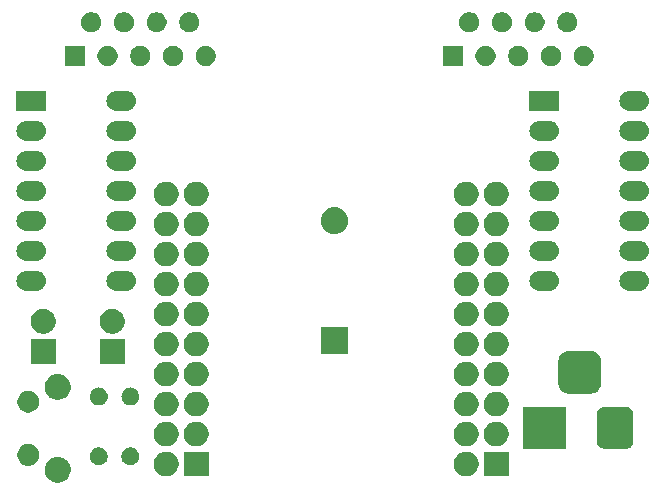
<source format=gbs>
G04 #@! TF.GenerationSoftware,KiCad,Pcbnew,(5.1.0-0)*
G04 #@! TF.CreationDate,2019-03-15T08:32:39-07:00*
G04 #@! TF.ProjectId,unijoysticle,756e696a-6f79-4737-9469-636c652e6b69,rev?*
G04 #@! TF.SameCoordinates,Original*
G04 #@! TF.FileFunction,Soldermask,Bot*
G04 #@! TF.FilePolarity,Negative*
%FSLAX46Y46*%
G04 Gerber Fmt 4.6, Leading zero omitted, Abs format (unit mm)*
G04 Created by KiCad (PCBNEW (5.1.0-0)) date 2019-03-15 08:32:39*
%MOMM*%
%LPD*%
G04 APERTURE LIST*
%ADD10C,0.100000*%
G04 APERTURE END LIST*
D10*
G36*
X119580200Y-113207402D02*
G01*
X119651091Y-113221503D01*
X119734071Y-113255875D01*
X119851423Y-113304483D01*
X119851424Y-113304484D01*
X120031719Y-113424953D01*
X120185047Y-113578281D01*
X120223351Y-113635607D01*
X120305517Y-113758577D01*
X120331932Y-113822350D01*
X120355376Y-113878947D01*
X120388497Y-113958910D01*
X120430800Y-114171579D01*
X120430800Y-114388421D01*
X120388497Y-114601090D01*
X120305517Y-114801423D01*
X120245691Y-114890959D01*
X120185047Y-114981719D01*
X120031719Y-115135047D01*
X119940959Y-115195691D01*
X119851423Y-115255517D01*
X119734071Y-115304125D01*
X119651091Y-115338497D01*
X119580200Y-115352598D01*
X119438421Y-115380800D01*
X119221579Y-115380800D01*
X119079800Y-115352598D01*
X119008909Y-115338497D01*
X118925929Y-115304125D01*
X118808577Y-115255517D01*
X118719041Y-115195691D01*
X118628281Y-115135047D01*
X118474953Y-114981719D01*
X118414309Y-114890959D01*
X118354483Y-114801423D01*
X118271503Y-114601090D01*
X118229200Y-114388421D01*
X118229200Y-114171579D01*
X118271503Y-113958910D01*
X118304625Y-113878947D01*
X118328068Y-113822350D01*
X118354483Y-113758577D01*
X118436649Y-113635607D01*
X118474953Y-113578281D01*
X118628281Y-113424953D01*
X118808576Y-113304484D01*
X118808577Y-113304483D01*
X118925929Y-113255875D01*
X119008909Y-113221503D01*
X119079800Y-113207402D01*
X119221579Y-113179200D01*
X119438421Y-113179200D01*
X119580200Y-113207402D01*
X119580200Y-113207402D01*
G37*
G36*
X157505400Y-114833400D02*
G01*
X155422600Y-114833400D01*
X155422600Y-112750600D01*
X157505400Y-112750600D01*
X157505400Y-114833400D01*
X157505400Y-114833400D01*
G37*
G36*
X154227765Y-112790620D02*
G01*
X154417288Y-112869123D01*
X154587854Y-112983092D01*
X154732908Y-113128146D01*
X154801599Y-113230949D01*
X154846878Y-113298714D01*
X154925380Y-113488235D01*
X154965400Y-113689430D01*
X154965400Y-113894570D01*
X154953221Y-113955800D01*
X154925380Y-114095765D01*
X154846877Y-114285288D01*
X154732908Y-114455854D01*
X154587854Y-114600908D01*
X154417288Y-114714877D01*
X154417287Y-114714878D01*
X154417286Y-114714878D01*
X154227765Y-114793380D01*
X154026570Y-114833400D01*
X153821430Y-114833400D01*
X153620235Y-114793380D01*
X153430714Y-114714878D01*
X153430713Y-114714878D01*
X153430712Y-114714877D01*
X153260146Y-114600908D01*
X153115092Y-114455854D01*
X153001123Y-114285288D01*
X152922620Y-114095765D01*
X152894779Y-113955800D01*
X152882600Y-113894570D01*
X152882600Y-113689430D01*
X152922620Y-113488235D01*
X153001122Y-113298714D01*
X153046401Y-113230949D01*
X153115092Y-113128146D01*
X153260146Y-112983092D01*
X153430712Y-112869123D01*
X153620235Y-112790620D01*
X153821430Y-112750600D01*
X154026570Y-112750600D01*
X154227765Y-112790620D01*
X154227765Y-112790620D01*
G37*
G36*
X132105400Y-114833400D02*
G01*
X130022600Y-114833400D01*
X130022600Y-112750600D01*
X132105400Y-112750600D01*
X132105400Y-114833400D01*
X132105400Y-114833400D01*
G37*
G36*
X128827765Y-112790620D02*
G01*
X129017288Y-112869123D01*
X129187854Y-112983092D01*
X129332908Y-113128146D01*
X129401599Y-113230949D01*
X129446878Y-113298714D01*
X129525380Y-113488235D01*
X129565400Y-113689430D01*
X129565400Y-113894570D01*
X129553221Y-113955800D01*
X129525380Y-114095765D01*
X129446877Y-114285288D01*
X129332908Y-114455854D01*
X129187854Y-114600908D01*
X129017288Y-114714877D01*
X129017287Y-114714878D01*
X129017286Y-114714878D01*
X128827765Y-114793380D01*
X128626570Y-114833400D01*
X128421430Y-114833400D01*
X128220235Y-114793380D01*
X128030714Y-114714878D01*
X128030713Y-114714878D01*
X128030712Y-114714877D01*
X127860146Y-114600908D01*
X127715092Y-114455854D01*
X127601123Y-114285288D01*
X127522620Y-114095765D01*
X127494779Y-113955800D01*
X127482600Y-113894570D01*
X127482600Y-113689430D01*
X127522620Y-113488235D01*
X127601122Y-113298714D01*
X127646401Y-113230949D01*
X127715092Y-113128146D01*
X127860146Y-112983092D01*
X128030712Y-112869123D01*
X128220235Y-112790620D01*
X128421430Y-112750600D01*
X128626570Y-112750600D01*
X128827765Y-112790620D01*
X128827765Y-112790620D01*
G37*
G36*
X117050425Y-112127919D02*
G01*
X117110046Y-112139778D01*
X117278531Y-112209566D01*
X117430163Y-112310884D01*
X117559116Y-112439837D01*
X117660434Y-112591469D01*
X117726347Y-112750600D01*
X117730222Y-112759955D01*
X117765638Y-112938000D01*
X117765800Y-112938817D01*
X117765800Y-113121183D01*
X117730222Y-113300046D01*
X117660434Y-113468531D01*
X117559116Y-113620163D01*
X117430163Y-113749116D01*
X117278531Y-113850434D01*
X117110046Y-113920222D01*
X117050425Y-113932081D01*
X116931185Y-113955800D01*
X116748815Y-113955800D01*
X116629575Y-113932081D01*
X116569954Y-113920222D01*
X116401469Y-113850434D01*
X116249837Y-113749116D01*
X116120884Y-113620163D01*
X116019566Y-113468531D01*
X115949778Y-113300046D01*
X115914200Y-113121183D01*
X115914200Y-112938817D01*
X115914363Y-112938000D01*
X115949778Y-112759955D01*
X115953653Y-112750600D01*
X116019566Y-112591469D01*
X116120884Y-112439837D01*
X116249837Y-112310884D01*
X116401469Y-112209566D01*
X116569954Y-112139778D01*
X116629575Y-112127919D01*
X116748815Y-112104200D01*
X116931185Y-112104200D01*
X117050425Y-112127919D01*
X117050425Y-112127919D01*
G37*
G36*
X125694999Y-112435052D02*
G01*
X125831639Y-112491650D01*
X125954605Y-112573813D01*
X126059187Y-112678395D01*
X126141350Y-112801361D01*
X126197948Y-112938001D01*
X126226800Y-113083051D01*
X126226800Y-113230949D01*
X126197948Y-113375999D01*
X126141350Y-113512639D01*
X126059187Y-113635605D01*
X125954605Y-113740187D01*
X125831639Y-113822350D01*
X125694999Y-113878948D01*
X125549949Y-113907800D01*
X125402051Y-113907800D01*
X125257001Y-113878948D01*
X125120361Y-113822350D01*
X124997395Y-113740187D01*
X124892813Y-113635605D01*
X124810650Y-113512639D01*
X124754052Y-113375999D01*
X124725200Y-113230949D01*
X124725200Y-113083051D01*
X124754052Y-112938001D01*
X124810650Y-112801361D01*
X124892813Y-112678395D01*
X124997395Y-112573813D01*
X125120361Y-112491650D01*
X125257001Y-112435052D01*
X125402051Y-112406200D01*
X125549949Y-112406200D01*
X125694999Y-112435052D01*
X125694999Y-112435052D01*
G37*
G36*
X123027999Y-112435052D02*
G01*
X123164639Y-112491650D01*
X123287605Y-112573813D01*
X123392187Y-112678395D01*
X123474350Y-112801361D01*
X123530948Y-112938001D01*
X123559800Y-113083051D01*
X123559800Y-113230949D01*
X123530948Y-113375999D01*
X123474350Y-113512639D01*
X123392187Y-113635605D01*
X123287605Y-113740187D01*
X123164639Y-113822350D01*
X123027999Y-113878948D01*
X122882949Y-113907800D01*
X122735051Y-113907800D01*
X122590001Y-113878948D01*
X122453361Y-113822350D01*
X122330395Y-113740187D01*
X122225813Y-113635605D01*
X122143650Y-113512639D01*
X122087052Y-113375999D01*
X122058200Y-113230949D01*
X122058200Y-113083051D01*
X122087052Y-112938001D01*
X122143650Y-112801361D01*
X122225813Y-112678395D01*
X122330395Y-112573813D01*
X122453361Y-112491650D01*
X122590001Y-112435052D01*
X122735051Y-112406200D01*
X122882949Y-112406200D01*
X123027999Y-112435052D01*
X123027999Y-112435052D01*
G37*
G36*
X162328800Y-112544800D02*
G01*
X158727200Y-112544800D01*
X158727200Y-108943200D01*
X162328800Y-108943200D01*
X162328800Y-112544800D01*
X162328800Y-112544800D01*
G37*
G36*
X167504860Y-108957491D02*
G01*
X167638487Y-108998026D01*
X167761629Y-109063847D01*
X167869569Y-109152431D01*
X167958153Y-109260371D01*
X168023974Y-109383513D01*
X168064509Y-109517140D01*
X168078800Y-109662240D01*
X168078800Y-111825760D01*
X168064509Y-111970860D01*
X168023974Y-112104487D01*
X167958153Y-112227629D01*
X167869569Y-112335569D01*
X167761629Y-112424153D01*
X167638487Y-112489974D01*
X167504860Y-112530509D01*
X167359760Y-112544800D01*
X165696240Y-112544800D01*
X165551140Y-112530509D01*
X165417513Y-112489974D01*
X165294371Y-112424153D01*
X165186431Y-112335569D01*
X165097847Y-112227629D01*
X165032026Y-112104487D01*
X164991491Y-111970860D01*
X164977200Y-111825760D01*
X164977200Y-109662240D01*
X164991491Y-109517140D01*
X165032026Y-109383513D01*
X165097847Y-109260371D01*
X165186431Y-109152431D01*
X165294371Y-109063847D01*
X165417513Y-108998026D01*
X165551140Y-108957491D01*
X165696240Y-108943200D01*
X167359760Y-108943200D01*
X167504860Y-108957491D01*
X167504860Y-108957491D01*
G37*
G36*
X156767765Y-110250620D02*
G01*
X156957288Y-110329123D01*
X157127854Y-110443092D01*
X157272908Y-110588146D01*
X157386877Y-110758712D01*
X157465380Y-110948235D01*
X157505400Y-111149431D01*
X157505400Y-111354569D01*
X157465380Y-111555765D01*
X157386877Y-111745288D01*
X157272908Y-111915854D01*
X157127854Y-112060908D01*
X156957288Y-112174877D01*
X156957287Y-112174878D01*
X156957286Y-112174878D01*
X156767765Y-112253380D01*
X156566570Y-112293400D01*
X156361430Y-112293400D01*
X156160235Y-112253380D01*
X155970714Y-112174878D01*
X155970713Y-112174878D01*
X155970712Y-112174877D01*
X155800146Y-112060908D01*
X155655092Y-111915854D01*
X155541123Y-111745288D01*
X155462620Y-111555765D01*
X155422600Y-111354569D01*
X155422600Y-111149431D01*
X155462620Y-110948235D01*
X155541123Y-110758712D01*
X155655092Y-110588146D01*
X155800146Y-110443092D01*
X155970712Y-110329123D01*
X156160235Y-110250620D01*
X156361430Y-110210600D01*
X156566570Y-110210600D01*
X156767765Y-110250620D01*
X156767765Y-110250620D01*
G37*
G36*
X154227765Y-110250620D02*
G01*
X154417288Y-110329123D01*
X154587854Y-110443092D01*
X154732908Y-110588146D01*
X154846877Y-110758712D01*
X154925380Y-110948235D01*
X154965400Y-111149431D01*
X154965400Y-111354569D01*
X154925380Y-111555765D01*
X154846877Y-111745288D01*
X154732908Y-111915854D01*
X154587854Y-112060908D01*
X154417288Y-112174877D01*
X154417287Y-112174878D01*
X154417286Y-112174878D01*
X154227765Y-112253380D01*
X154026570Y-112293400D01*
X153821430Y-112293400D01*
X153620235Y-112253380D01*
X153430714Y-112174878D01*
X153430713Y-112174878D01*
X153430712Y-112174877D01*
X153260146Y-112060908D01*
X153115092Y-111915854D01*
X153001123Y-111745288D01*
X152922620Y-111555765D01*
X152882600Y-111354569D01*
X152882600Y-111149431D01*
X152922620Y-110948235D01*
X153001123Y-110758712D01*
X153115092Y-110588146D01*
X153260146Y-110443092D01*
X153430712Y-110329123D01*
X153620235Y-110250620D01*
X153821430Y-110210600D01*
X154026570Y-110210600D01*
X154227765Y-110250620D01*
X154227765Y-110250620D01*
G37*
G36*
X131367765Y-110250620D02*
G01*
X131557288Y-110329123D01*
X131727854Y-110443092D01*
X131872908Y-110588146D01*
X131986877Y-110758712D01*
X132065380Y-110948235D01*
X132105400Y-111149431D01*
X132105400Y-111354569D01*
X132065380Y-111555765D01*
X131986877Y-111745288D01*
X131872908Y-111915854D01*
X131727854Y-112060908D01*
X131557288Y-112174877D01*
X131557287Y-112174878D01*
X131557286Y-112174878D01*
X131367765Y-112253380D01*
X131166570Y-112293400D01*
X130961430Y-112293400D01*
X130760235Y-112253380D01*
X130570714Y-112174878D01*
X130570713Y-112174878D01*
X130570712Y-112174877D01*
X130400146Y-112060908D01*
X130255092Y-111915854D01*
X130141123Y-111745288D01*
X130062620Y-111555765D01*
X130022600Y-111354569D01*
X130022600Y-111149431D01*
X130062620Y-110948235D01*
X130141123Y-110758712D01*
X130255092Y-110588146D01*
X130400146Y-110443092D01*
X130570712Y-110329123D01*
X130760235Y-110250620D01*
X130961430Y-110210600D01*
X131166570Y-110210600D01*
X131367765Y-110250620D01*
X131367765Y-110250620D01*
G37*
G36*
X128827765Y-110250620D02*
G01*
X129017288Y-110329123D01*
X129187854Y-110443092D01*
X129332908Y-110588146D01*
X129446877Y-110758712D01*
X129525380Y-110948235D01*
X129565400Y-111149431D01*
X129565400Y-111354569D01*
X129525380Y-111555765D01*
X129446877Y-111745288D01*
X129332908Y-111915854D01*
X129187854Y-112060908D01*
X129017288Y-112174877D01*
X129017287Y-112174878D01*
X129017286Y-112174878D01*
X128827765Y-112253380D01*
X128626570Y-112293400D01*
X128421430Y-112293400D01*
X128220235Y-112253380D01*
X128030714Y-112174878D01*
X128030713Y-112174878D01*
X128030712Y-112174877D01*
X127860146Y-112060908D01*
X127715092Y-111915854D01*
X127601123Y-111745288D01*
X127522620Y-111555765D01*
X127482600Y-111354569D01*
X127482600Y-111149431D01*
X127522620Y-110948235D01*
X127601123Y-110758712D01*
X127715092Y-110588146D01*
X127860146Y-110443092D01*
X128030712Y-110329123D01*
X128220235Y-110250620D01*
X128421430Y-110210600D01*
X128626570Y-110210600D01*
X128827765Y-110250620D01*
X128827765Y-110250620D01*
G37*
G36*
X128827765Y-107710620D02*
G01*
X129015280Y-107788291D01*
X129017288Y-107789123D01*
X129187854Y-107903092D01*
X129332908Y-108048146D01*
X129384292Y-108125048D01*
X129446878Y-108218714D01*
X129507765Y-108365709D01*
X129525380Y-108408235D01*
X129565400Y-108609431D01*
X129565400Y-108814569D01*
X129525380Y-109015765D01*
X129446877Y-109205288D01*
X129332908Y-109375854D01*
X129187854Y-109520908D01*
X129017288Y-109634877D01*
X129017287Y-109634878D01*
X129017286Y-109634878D01*
X128827765Y-109713380D01*
X128626570Y-109753400D01*
X128421430Y-109753400D01*
X128220235Y-109713380D01*
X128030714Y-109634878D01*
X128030713Y-109634878D01*
X128030712Y-109634877D01*
X127860146Y-109520908D01*
X127715092Y-109375854D01*
X127601123Y-109205288D01*
X127522620Y-109015765D01*
X127482600Y-108814569D01*
X127482600Y-108609431D01*
X127522620Y-108408235D01*
X127540235Y-108365709D01*
X127601122Y-108218714D01*
X127663708Y-108125048D01*
X127715092Y-108048146D01*
X127860146Y-107903092D01*
X128030712Y-107789123D01*
X128032721Y-107788291D01*
X128220235Y-107710620D01*
X128421430Y-107670600D01*
X128626570Y-107670600D01*
X128827765Y-107710620D01*
X128827765Y-107710620D01*
G37*
G36*
X131367765Y-107710620D02*
G01*
X131555280Y-107788291D01*
X131557288Y-107789123D01*
X131727854Y-107903092D01*
X131872908Y-108048146D01*
X131924292Y-108125048D01*
X131986878Y-108218714D01*
X132047765Y-108365709D01*
X132065380Y-108408235D01*
X132105400Y-108609431D01*
X132105400Y-108814569D01*
X132065380Y-109015765D01*
X131986877Y-109205288D01*
X131872908Y-109375854D01*
X131727854Y-109520908D01*
X131557288Y-109634877D01*
X131557287Y-109634878D01*
X131557286Y-109634878D01*
X131367765Y-109713380D01*
X131166570Y-109753400D01*
X130961430Y-109753400D01*
X130760235Y-109713380D01*
X130570714Y-109634878D01*
X130570713Y-109634878D01*
X130570712Y-109634877D01*
X130400146Y-109520908D01*
X130255092Y-109375854D01*
X130141123Y-109205288D01*
X130062620Y-109015765D01*
X130022600Y-108814569D01*
X130022600Y-108609431D01*
X130062620Y-108408235D01*
X130080235Y-108365709D01*
X130141122Y-108218714D01*
X130203708Y-108125048D01*
X130255092Y-108048146D01*
X130400146Y-107903092D01*
X130570712Y-107789123D01*
X130572721Y-107788291D01*
X130760235Y-107710620D01*
X130961430Y-107670600D01*
X131166570Y-107670600D01*
X131367765Y-107710620D01*
X131367765Y-107710620D01*
G37*
G36*
X154227765Y-107710620D02*
G01*
X154415280Y-107788291D01*
X154417288Y-107789123D01*
X154587854Y-107903092D01*
X154732908Y-108048146D01*
X154784292Y-108125048D01*
X154846878Y-108218714D01*
X154907765Y-108365709D01*
X154925380Y-108408235D01*
X154965400Y-108609431D01*
X154965400Y-108814569D01*
X154925380Y-109015765D01*
X154846877Y-109205288D01*
X154732908Y-109375854D01*
X154587854Y-109520908D01*
X154417288Y-109634877D01*
X154417287Y-109634878D01*
X154417286Y-109634878D01*
X154227765Y-109713380D01*
X154026570Y-109753400D01*
X153821430Y-109753400D01*
X153620235Y-109713380D01*
X153430714Y-109634878D01*
X153430713Y-109634878D01*
X153430712Y-109634877D01*
X153260146Y-109520908D01*
X153115092Y-109375854D01*
X153001123Y-109205288D01*
X152922620Y-109015765D01*
X152882600Y-108814569D01*
X152882600Y-108609431D01*
X152922620Y-108408235D01*
X152940235Y-108365709D01*
X153001122Y-108218714D01*
X153063708Y-108125048D01*
X153115092Y-108048146D01*
X153260146Y-107903092D01*
X153430712Y-107789123D01*
X153432721Y-107788291D01*
X153620235Y-107710620D01*
X153821430Y-107670600D01*
X154026570Y-107670600D01*
X154227765Y-107710620D01*
X154227765Y-107710620D01*
G37*
G36*
X156767765Y-107710620D02*
G01*
X156955280Y-107788291D01*
X156957288Y-107789123D01*
X157127854Y-107903092D01*
X157272908Y-108048146D01*
X157324292Y-108125048D01*
X157386878Y-108218714D01*
X157447765Y-108365709D01*
X157465380Y-108408235D01*
X157505400Y-108609431D01*
X157505400Y-108814569D01*
X157465380Y-109015765D01*
X157386877Y-109205288D01*
X157272908Y-109375854D01*
X157127854Y-109520908D01*
X156957288Y-109634877D01*
X156957287Y-109634878D01*
X156957286Y-109634878D01*
X156767765Y-109713380D01*
X156566570Y-109753400D01*
X156361430Y-109753400D01*
X156160235Y-109713380D01*
X155970714Y-109634878D01*
X155970713Y-109634878D01*
X155970712Y-109634877D01*
X155800146Y-109520908D01*
X155655092Y-109375854D01*
X155541123Y-109205288D01*
X155462620Y-109015765D01*
X155422600Y-108814569D01*
X155422600Y-108609431D01*
X155462620Y-108408235D01*
X155480235Y-108365709D01*
X155541122Y-108218714D01*
X155603708Y-108125048D01*
X155655092Y-108048146D01*
X155800146Y-107903092D01*
X155970712Y-107789123D01*
X155972721Y-107788291D01*
X156160235Y-107710620D01*
X156361430Y-107670600D01*
X156566570Y-107670600D01*
X156767765Y-107710620D01*
X156767765Y-107710620D01*
G37*
G36*
X117050425Y-107627919D02*
G01*
X117110046Y-107639778D01*
X117278531Y-107709566D01*
X117430163Y-107810884D01*
X117559116Y-107939837D01*
X117660434Y-108091469D01*
X117724242Y-108245517D01*
X117730222Y-108259955D01*
X117765800Y-108438815D01*
X117765800Y-108621185D01*
X117742081Y-108740425D01*
X117730222Y-108800046D01*
X117660434Y-108968531D01*
X117559116Y-109120163D01*
X117430163Y-109249116D01*
X117278531Y-109350434D01*
X117110046Y-109420222D01*
X117050425Y-109432081D01*
X116931185Y-109455800D01*
X116748815Y-109455800D01*
X116629575Y-109432081D01*
X116569954Y-109420222D01*
X116401469Y-109350434D01*
X116249837Y-109249116D01*
X116120884Y-109120163D01*
X116019566Y-108968531D01*
X115949778Y-108800046D01*
X115937919Y-108740425D01*
X115914200Y-108621185D01*
X115914200Y-108438815D01*
X115949778Y-108259955D01*
X115955758Y-108245517D01*
X116019566Y-108091469D01*
X116120884Y-107939837D01*
X116249837Y-107810884D01*
X116401469Y-107709566D01*
X116569954Y-107639778D01*
X116629575Y-107627919D01*
X116748815Y-107604200D01*
X116931185Y-107604200D01*
X117050425Y-107627919D01*
X117050425Y-107627919D01*
G37*
G36*
X122901029Y-107331632D02*
G01*
X122956182Y-107337064D01*
X123097709Y-107379996D01*
X123097711Y-107379997D01*
X123228139Y-107449712D01*
X123342464Y-107543536D01*
X123436288Y-107657861D01*
X123460461Y-107703086D01*
X123506004Y-107788291D01*
X123548936Y-107929818D01*
X123563432Y-108077000D01*
X123548936Y-108224182D01*
X123538085Y-108259954D01*
X123506003Y-108365711D01*
X123436288Y-108496139D01*
X123342464Y-108610464D01*
X123228139Y-108704288D01*
X123097711Y-108774003D01*
X123097709Y-108774004D01*
X122956182Y-108816936D01*
X122845878Y-108827800D01*
X122772122Y-108827800D01*
X122661818Y-108816936D01*
X122520291Y-108774004D01*
X122520289Y-108774003D01*
X122389861Y-108704288D01*
X122275536Y-108610464D01*
X122181712Y-108496139D01*
X122111997Y-108365711D01*
X122079916Y-108259954D01*
X122069064Y-108224182D01*
X122054568Y-108077000D01*
X122069064Y-107929818D01*
X122111996Y-107788291D01*
X122157539Y-107703086D01*
X122181712Y-107657861D01*
X122275536Y-107543536D01*
X122389861Y-107449712D01*
X122520289Y-107379997D01*
X122520291Y-107379996D01*
X122661818Y-107337064D01*
X122716971Y-107331632D01*
X122772122Y-107326200D01*
X122845878Y-107326200D01*
X122901029Y-107331632D01*
X122901029Y-107331632D01*
G37*
G36*
X125568029Y-107331632D02*
G01*
X125623182Y-107337064D01*
X125764709Y-107379996D01*
X125764711Y-107379997D01*
X125895139Y-107449712D01*
X126009464Y-107543536D01*
X126103288Y-107657861D01*
X126127461Y-107703086D01*
X126173004Y-107788291D01*
X126215936Y-107929818D01*
X126230432Y-108077000D01*
X126215936Y-108224182D01*
X126205085Y-108259954D01*
X126173003Y-108365711D01*
X126103288Y-108496139D01*
X126009464Y-108610464D01*
X125895139Y-108704288D01*
X125764711Y-108774003D01*
X125764709Y-108774004D01*
X125623182Y-108816936D01*
X125512878Y-108827800D01*
X125439122Y-108827800D01*
X125328818Y-108816936D01*
X125187291Y-108774004D01*
X125187289Y-108774003D01*
X125056861Y-108704288D01*
X124942536Y-108610464D01*
X124848712Y-108496139D01*
X124778997Y-108365711D01*
X124746916Y-108259954D01*
X124736064Y-108224182D01*
X124721568Y-108077000D01*
X124736064Y-107929818D01*
X124778996Y-107788291D01*
X124824539Y-107703086D01*
X124848712Y-107657861D01*
X124942536Y-107543536D01*
X125056861Y-107449712D01*
X125187289Y-107379997D01*
X125187291Y-107379996D01*
X125328818Y-107337064D01*
X125383971Y-107331632D01*
X125439122Y-107326200D01*
X125512878Y-107326200D01*
X125568029Y-107331632D01*
X125568029Y-107331632D01*
G37*
G36*
X119580200Y-106197402D02*
G01*
X119651091Y-106211503D01*
X119734071Y-106245875D01*
X119851423Y-106294483D01*
X119851424Y-106294484D01*
X120031719Y-106414953D01*
X120185047Y-106568281D01*
X120185048Y-106568283D01*
X120305517Y-106748577D01*
X120388497Y-106948910D01*
X120430800Y-107161579D01*
X120430800Y-107378421D01*
X120417629Y-107444635D01*
X120388497Y-107591091D01*
X120383067Y-107604200D01*
X120305517Y-107791423D01*
X120245691Y-107880959D01*
X120185047Y-107971719D01*
X120031719Y-108125047D01*
X119940959Y-108185691D01*
X119851423Y-108245517D01*
X119734071Y-108294125D01*
X119651091Y-108328497D01*
X119580200Y-108342598D01*
X119438421Y-108370800D01*
X119221579Y-108370800D01*
X119079800Y-108342598D01*
X119008909Y-108328497D01*
X118925929Y-108294125D01*
X118808577Y-108245517D01*
X118719041Y-108185691D01*
X118628281Y-108125047D01*
X118474953Y-107971719D01*
X118414309Y-107880959D01*
X118354483Y-107791423D01*
X118276933Y-107604200D01*
X118271503Y-107591091D01*
X118242371Y-107444635D01*
X118229200Y-107378421D01*
X118229200Y-107161579D01*
X118271503Y-106948910D01*
X118354483Y-106748577D01*
X118474952Y-106568283D01*
X118474953Y-106568281D01*
X118628281Y-106414953D01*
X118808576Y-106294484D01*
X118808577Y-106294483D01*
X118925929Y-106245875D01*
X119008909Y-106211503D01*
X119079800Y-106197402D01*
X119221579Y-106169200D01*
X119438421Y-106169200D01*
X119580200Y-106197402D01*
X119580200Y-106197402D01*
G37*
G36*
X164654246Y-104259893D02*
G01*
X164811321Y-104307541D01*
X164956075Y-104384914D01*
X165082957Y-104489043D01*
X165187086Y-104615925D01*
X165264459Y-104760679D01*
X165312107Y-104917754D01*
X165328800Y-105087240D01*
X165328800Y-107000760D01*
X165312107Y-107170246D01*
X165264459Y-107327321D01*
X165187086Y-107472075D01*
X165082957Y-107598957D01*
X164956075Y-107703086D01*
X164811321Y-107780459D01*
X164654246Y-107828107D01*
X164484760Y-107844800D01*
X162571240Y-107844800D01*
X162401754Y-107828107D01*
X162244679Y-107780459D01*
X162099925Y-107703086D01*
X161973043Y-107598957D01*
X161868914Y-107472075D01*
X161791541Y-107327321D01*
X161743893Y-107170246D01*
X161727200Y-107000760D01*
X161727200Y-105087240D01*
X161743893Y-104917754D01*
X161791541Y-104760679D01*
X161868914Y-104615925D01*
X161973043Y-104489043D01*
X162099925Y-104384914D01*
X162244679Y-104307541D01*
X162401754Y-104259893D01*
X162571240Y-104243200D01*
X164484760Y-104243200D01*
X164654246Y-104259893D01*
X164654246Y-104259893D01*
G37*
G36*
X156767765Y-105170620D02*
G01*
X156957288Y-105249123D01*
X157127854Y-105363092D01*
X157272908Y-105508146D01*
X157386877Y-105678712D01*
X157465380Y-105868235D01*
X157505400Y-106069431D01*
X157505400Y-106274569D01*
X157465380Y-106475765D01*
X157386877Y-106665288D01*
X157272908Y-106835854D01*
X157127854Y-106980908D01*
X156957288Y-107094877D01*
X156957287Y-107094878D01*
X156957286Y-107094878D01*
X156767765Y-107173380D01*
X156566570Y-107213400D01*
X156361430Y-107213400D01*
X156160235Y-107173380D01*
X155970714Y-107094878D01*
X155970713Y-107094878D01*
X155970712Y-107094877D01*
X155800146Y-106980908D01*
X155655092Y-106835854D01*
X155541123Y-106665288D01*
X155462620Y-106475765D01*
X155422600Y-106274569D01*
X155422600Y-106069431D01*
X155462620Y-105868235D01*
X155541123Y-105678712D01*
X155655092Y-105508146D01*
X155800146Y-105363092D01*
X155970712Y-105249123D01*
X156160235Y-105170620D01*
X156361430Y-105130600D01*
X156566570Y-105130600D01*
X156767765Y-105170620D01*
X156767765Y-105170620D01*
G37*
G36*
X154227765Y-105170620D02*
G01*
X154417288Y-105249123D01*
X154587854Y-105363092D01*
X154732908Y-105508146D01*
X154846877Y-105678712D01*
X154925380Y-105868235D01*
X154965400Y-106069431D01*
X154965400Y-106274569D01*
X154925380Y-106475765D01*
X154846877Y-106665288D01*
X154732908Y-106835854D01*
X154587854Y-106980908D01*
X154417288Y-107094877D01*
X154417287Y-107094878D01*
X154417286Y-107094878D01*
X154227765Y-107173380D01*
X154026570Y-107213400D01*
X153821430Y-107213400D01*
X153620235Y-107173380D01*
X153430714Y-107094878D01*
X153430713Y-107094878D01*
X153430712Y-107094877D01*
X153260146Y-106980908D01*
X153115092Y-106835854D01*
X153001123Y-106665288D01*
X152922620Y-106475765D01*
X152882600Y-106274569D01*
X152882600Y-106069431D01*
X152922620Y-105868235D01*
X153001123Y-105678712D01*
X153115092Y-105508146D01*
X153260146Y-105363092D01*
X153430712Y-105249123D01*
X153620235Y-105170620D01*
X153821430Y-105130600D01*
X154026570Y-105130600D01*
X154227765Y-105170620D01*
X154227765Y-105170620D01*
G37*
G36*
X131367765Y-105170620D02*
G01*
X131557288Y-105249123D01*
X131727854Y-105363092D01*
X131872908Y-105508146D01*
X131986877Y-105678712D01*
X132065380Y-105868235D01*
X132105400Y-106069431D01*
X132105400Y-106274569D01*
X132065380Y-106475765D01*
X131986877Y-106665288D01*
X131872908Y-106835854D01*
X131727854Y-106980908D01*
X131557288Y-107094877D01*
X131557287Y-107094878D01*
X131557286Y-107094878D01*
X131367765Y-107173380D01*
X131166570Y-107213400D01*
X130961430Y-107213400D01*
X130760235Y-107173380D01*
X130570714Y-107094878D01*
X130570713Y-107094878D01*
X130570712Y-107094877D01*
X130400146Y-106980908D01*
X130255092Y-106835854D01*
X130141123Y-106665288D01*
X130062620Y-106475765D01*
X130022600Y-106274569D01*
X130022600Y-106069431D01*
X130062620Y-105868235D01*
X130141123Y-105678712D01*
X130255092Y-105508146D01*
X130400146Y-105363092D01*
X130570712Y-105249123D01*
X130760235Y-105170620D01*
X130961430Y-105130600D01*
X131166570Y-105130600D01*
X131367765Y-105170620D01*
X131367765Y-105170620D01*
G37*
G36*
X128827765Y-105170620D02*
G01*
X129017288Y-105249123D01*
X129187854Y-105363092D01*
X129332908Y-105508146D01*
X129446877Y-105678712D01*
X129525380Y-105868235D01*
X129565400Y-106069431D01*
X129565400Y-106274569D01*
X129525380Y-106475765D01*
X129446877Y-106665288D01*
X129332908Y-106835854D01*
X129187854Y-106980908D01*
X129017288Y-107094877D01*
X129017287Y-107094878D01*
X129017286Y-107094878D01*
X128827765Y-107173380D01*
X128626570Y-107213400D01*
X128421430Y-107213400D01*
X128220235Y-107173380D01*
X128030714Y-107094878D01*
X128030713Y-107094878D01*
X128030712Y-107094877D01*
X127860146Y-106980908D01*
X127715092Y-106835854D01*
X127601123Y-106665288D01*
X127522620Y-106475765D01*
X127482600Y-106274569D01*
X127482600Y-106069431D01*
X127522620Y-105868235D01*
X127601123Y-105678712D01*
X127715092Y-105508146D01*
X127860146Y-105363092D01*
X128030712Y-105249123D01*
X128220235Y-105170620D01*
X128421430Y-105130600D01*
X128626570Y-105130600D01*
X128827765Y-105170620D01*
X128827765Y-105170620D01*
G37*
G36*
X125002800Y-105317800D02*
G01*
X122901200Y-105317800D01*
X122901200Y-103216200D01*
X125002800Y-103216200D01*
X125002800Y-105317800D01*
X125002800Y-105317800D01*
G37*
G36*
X119160800Y-105317800D02*
G01*
X117059200Y-105317800D01*
X117059200Y-103216200D01*
X119160800Y-103216200D01*
X119160800Y-105317800D01*
X119160800Y-105317800D01*
G37*
G36*
X156767765Y-102630620D02*
G01*
X156957288Y-102709123D01*
X157127854Y-102823092D01*
X157272908Y-102968146D01*
X157386877Y-103138712D01*
X157465380Y-103328235D01*
X157505400Y-103529431D01*
X157505400Y-103734569D01*
X157465380Y-103935765D01*
X157386877Y-104125288D01*
X157272908Y-104295854D01*
X157127854Y-104440908D01*
X156957288Y-104554877D01*
X156957287Y-104554878D01*
X156957286Y-104554878D01*
X156767765Y-104633380D01*
X156566570Y-104673400D01*
X156361430Y-104673400D01*
X156160235Y-104633380D01*
X155970714Y-104554878D01*
X155970713Y-104554878D01*
X155970712Y-104554877D01*
X155800146Y-104440908D01*
X155655092Y-104295854D01*
X155541123Y-104125288D01*
X155462620Y-103935765D01*
X155422600Y-103734569D01*
X155422600Y-103529431D01*
X155462620Y-103328235D01*
X155541123Y-103138712D01*
X155655092Y-102968146D01*
X155800146Y-102823092D01*
X155970712Y-102709123D01*
X156160235Y-102630620D01*
X156361430Y-102590600D01*
X156566570Y-102590600D01*
X156767765Y-102630620D01*
X156767765Y-102630620D01*
G37*
G36*
X154227765Y-102630620D02*
G01*
X154417288Y-102709123D01*
X154587854Y-102823092D01*
X154732908Y-102968146D01*
X154846877Y-103138712D01*
X154925380Y-103328235D01*
X154965400Y-103529431D01*
X154965400Y-103734569D01*
X154925380Y-103935765D01*
X154846877Y-104125288D01*
X154732908Y-104295854D01*
X154587854Y-104440908D01*
X154417288Y-104554877D01*
X154417287Y-104554878D01*
X154417286Y-104554878D01*
X154227765Y-104633380D01*
X154026570Y-104673400D01*
X153821430Y-104673400D01*
X153620235Y-104633380D01*
X153430714Y-104554878D01*
X153430713Y-104554878D01*
X153430712Y-104554877D01*
X153260146Y-104440908D01*
X153115092Y-104295854D01*
X153001123Y-104125288D01*
X152922620Y-103935765D01*
X152882600Y-103734569D01*
X152882600Y-103529431D01*
X152922620Y-103328235D01*
X153001123Y-103138712D01*
X153115092Y-102968146D01*
X153260146Y-102823092D01*
X153430712Y-102709123D01*
X153620235Y-102630620D01*
X153821430Y-102590600D01*
X154026570Y-102590600D01*
X154227765Y-102630620D01*
X154227765Y-102630620D01*
G37*
G36*
X131367765Y-102630620D02*
G01*
X131557288Y-102709123D01*
X131727854Y-102823092D01*
X131872908Y-102968146D01*
X131986877Y-103138712D01*
X132065380Y-103328235D01*
X132105400Y-103529431D01*
X132105400Y-103734569D01*
X132065380Y-103935765D01*
X131986877Y-104125288D01*
X131872908Y-104295854D01*
X131727854Y-104440908D01*
X131557288Y-104554877D01*
X131557287Y-104554878D01*
X131557286Y-104554878D01*
X131367765Y-104633380D01*
X131166570Y-104673400D01*
X130961430Y-104673400D01*
X130760235Y-104633380D01*
X130570714Y-104554878D01*
X130570713Y-104554878D01*
X130570712Y-104554877D01*
X130400146Y-104440908D01*
X130255092Y-104295854D01*
X130141123Y-104125288D01*
X130062620Y-103935765D01*
X130022600Y-103734569D01*
X130022600Y-103529431D01*
X130062620Y-103328235D01*
X130141123Y-103138712D01*
X130255092Y-102968146D01*
X130400146Y-102823092D01*
X130570712Y-102709123D01*
X130760235Y-102630620D01*
X130961430Y-102590600D01*
X131166570Y-102590600D01*
X131367765Y-102630620D01*
X131367765Y-102630620D01*
G37*
G36*
X128827765Y-102630620D02*
G01*
X129017288Y-102709123D01*
X129187854Y-102823092D01*
X129332908Y-102968146D01*
X129446877Y-103138712D01*
X129525380Y-103328235D01*
X129565400Y-103529431D01*
X129565400Y-103734569D01*
X129525380Y-103935765D01*
X129446877Y-104125288D01*
X129332908Y-104295854D01*
X129187854Y-104440908D01*
X129017288Y-104554877D01*
X129017287Y-104554878D01*
X129017286Y-104554878D01*
X128827765Y-104633380D01*
X128626570Y-104673400D01*
X128421430Y-104673400D01*
X128220235Y-104633380D01*
X128030714Y-104554878D01*
X128030713Y-104554878D01*
X128030712Y-104554877D01*
X127860146Y-104440908D01*
X127715092Y-104295854D01*
X127601123Y-104125288D01*
X127522620Y-103935765D01*
X127482600Y-103734569D01*
X127482600Y-103529431D01*
X127522620Y-103328235D01*
X127601123Y-103138712D01*
X127715092Y-102968146D01*
X127860146Y-102823092D01*
X128030712Y-102709123D01*
X128220235Y-102630620D01*
X128421430Y-102590600D01*
X128626570Y-102590600D01*
X128827765Y-102630620D01*
X128827765Y-102630620D01*
G37*
G36*
X143898800Y-104528800D02*
G01*
X141597200Y-104528800D01*
X141597200Y-102227200D01*
X143898800Y-102227200D01*
X143898800Y-104528800D01*
X143898800Y-104528800D01*
G37*
G36*
X118416506Y-100716581D02*
G01*
X118528528Y-100762982D01*
X118607740Y-100795793D01*
X118779846Y-100910791D01*
X118926209Y-101057154D01*
X119041207Y-101229260D01*
X119041207Y-101229261D01*
X119120419Y-101420494D01*
X119160800Y-101623504D01*
X119160800Y-101830496D01*
X119120419Y-102033506D01*
X119095618Y-102093380D01*
X119041207Y-102224740D01*
X118926209Y-102396846D01*
X118779846Y-102543209D01*
X118607740Y-102658207D01*
X118528528Y-102691018D01*
X118416506Y-102737419D01*
X118213496Y-102777800D01*
X118006504Y-102777800D01*
X117803494Y-102737419D01*
X117691472Y-102691018D01*
X117612260Y-102658207D01*
X117440154Y-102543209D01*
X117293791Y-102396846D01*
X117178793Y-102224740D01*
X117124382Y-102093380D01*
X117099581Y-102033506D01*
X117059200Y-101830496D01*
X117059200Y-101623504D01*
X117099581Y-101420494D01*
X117178793Y-101229261D01*
X117178793Y-101229260D01*
X117293791Y-101057154D01*
X117440154Y-100910791D01*
X117612260Y-100795793D01*
X117691472Y-100762982D01*
X117803494Y-100716581D01*
X118006504Y-100676200D01*
X118213496Y-100676200D01*
X118416506Y-100716581D01*
X118416506Y-100716581D01*
G37*
G36*
X124258506Y-100716581D02*
G01*
X124370528Y-100762982D01*
X124449740Y-100795793D01*
X124621846Y-100910791D01*
X124768209Y-101057154D01*
X124883207Y-101229260D01*
X124883207Y-101229261D01*
X124962419Y-101420494D01*
X125002800Y-101623504D01*
X125002800Y-101830496D01*
X124962419Y-102033506D01*
X124937618Y-102093380D01*
X124883207Y-102224740D01*
X124768209Y-102396846D01*
X124621846Y-102543209D01*
X124449740Y-102658207D01*
X124370528Y-102691018D01*
X124258506Y-102737419D01*
X124055496Y-102777800D01*
X123848504Y-102777800D01*
X123645494Y-102737419D01*
X123533472Y-102691018D01*
X123454260Y-102658207D01*
X123282154Y-102543209D01*
X123135791Y-102396846D01*
X123020793Y-102224740D01*
X122966382Y-102093380D01*
X122941581Y-102033506D01*
X122901200Y-101830496D01*
X122901200Y-101623504D01*
X122941581Y-101420494D01*
X123020793Y-101229261D01*
X123020793Y-101229260D01*
X123135791Y-101057154D01*
X123282154Y-100910791D01*
X123454260Y-100795793D01*
X123533472Y-100762982D01*
X123645494Y-100716581D01*
X123848504Y-100676200D01*
X124055496Y-100676200D01*
X124258506Y-100716581D01*
X124258506Y-100716581D01*
G37*
G36*
X128827765Y-100090620D02*
G01*
X129017288Y-100169123D01*
X129187854Y-100283092D01*
X129332908Y-100428146D01*
X129332909Y-100428148D01*
X129446878Y-100598714D01*
X129525380Y-100788235D01*
X129565400Y-100989430D01*
X129565400Y-101194570D01*
X129525380Y-101395765D01*
X129446877Y-101585288D01*
X129332908Y-101755854D01*
X129187854Y-101900908D01*
X129017288Y-102014877D01*
X129017287Y-102014878D01*
X129017286Y-102014878D01*
X128827765Y-102093380D01*
X128626570Y-102133400D01*
X128421430Y-102133400D01*
X128220235Y-102093380D01*
X128030714Y-102014878D01*
X128030713Y-102014878D01*
X128030712Y-102014877D01*
X127860146Y-101900908D01*
X127715092Y-101755854D01*
X127601123Y-101585288D01*
X127522620Y-101395765D01*
X127482600Y-101194570D01*
X127482600Y-100989430D01*
X127522620Y-100788235D01*
X127601122Y-100598714D01*
X127715091Y-100428148D01*
X127715092Y-100428146D01*
X127860146Y-100283092D01*
X128030712Y-100169123D01*
X128220235Y-100090620D01*
X128421430Y-100050600D01*
X128626570Y-100050600D01*
X128827765Y-100090620D01*
X128827765Y-100090620D01*
G37*
G36*
X156767765Y-100090620D02*
G01*
X156957288Y-100169123D01*
X157127854Y-100283092D01*
X157272908Y-100428146D01*
X157272909Y-100428148D01*
X157386878Y-100598714D01*
X157465380Y-100788235D01*
X157505400Y-100989430D01*
X157505400Y-101194570D01*
X157465380Y-101395765D01*
X157386877Y-101585288D01*
X157272908Y-101755854D01*
X157127854Y-101900908D01*
X156957288Y-102014877D01*
X156957287Y-102014878D01*
X156957286Y-102014878D01*
X156767765Y-102093380D01*
X156566570Y-102133400D01*
X156361430Y-102133400D01*
X156160235Y-102093380D01*
X155970714Y-102014878D01*
X155970713Y-102014878D01*
X155970712Y-102014877D01*
X155800146Y-101900908D01*
X155655092Y-101755854D01*
X155541123Y-101585288D01*
X155462620Y-101395765D01*
X155422600Y-101194570D01*
X155422600Y-100989430D01*
X155462620Y-100788235D01*
X155541122Y-100598714D01*
X155655091Y-100428148D01*
X155655092Y-100428146D01*
X155800146Y-100283092D01*
X155970712Y-100169123D01*
X156160235Y-100090620D01*
X156361430Y-100050600D01*
X156566570Y-100050600D01*
X156767765Y-100090620D01*
X156767765Y-100090620D01*
G37*
G36*
X131367765Y-100090620D02*
G01*
X131557288Y-100169123D01*
X131727854Y-100283092D01*
X131872908Y-100428146D01*
X131872909Y-100428148D01*
X131986878Y-100598714D01*
X132065380Y-100788235D01*
X132105400Y-100989430D01*
X132105400Y-101194570D01*
X132065380Y-101395765D01*
X131986877Y-101585288D01*
X131872908Y-101755854D01*
X131727854Y-101900908D01*
X131557288Y-102014877D01*
X131557287Y-102014878D01*
X131557286Y-102014878D01*
X131367765Y-102093380D01*
X131166570Y-102133400D01*
X130961430Y-102133400D01*
X130760235Y-102093380D01*
X130570714Y-102014878D01*
X130570713Y-102014878D01*
X130570712Y-102014877D01*
X130400146Y-101900908D01*
X130255092Y-101755854D01*
X130141123Y-101585288D01*
X130062620Y-101395765D01*
X130022600Y-101194570D01*
X130022600Y-100989430D01*
X130062620Y-100788235D01*
X130141122Y-100598714D01*
X130255091Y-100428148D01*
X130255092Y-100428146D01*
X130400146Y-100283092D01*
X130570712Y-100169123D01*
X130760235Y-100090620D01*
X130961430Y-100050600D01*
X131166570Y-100050600D01*
X131367765Y-100090620D01*
X131367765Y-100090620D01*
G37*
G36*
X154227765Y-100090620D02*
G01*
X154417288Y-100169123D01*
X154587854Y-100283092D01*
X154732908Y-100428146D01*
X154732909Y-100428148D01*
X154846878Y-100598714D01*
X154925380Y-100788235D01*
X154965400Y-100989430D01*
X154965400Y-101194570D01*
X154925380Y-101395765D01*
X154846877Y-101585288D01*
X154732908Y-101755854D01*
X154587854Y-101900908D01*
X154417288Y-102014877D01*
X154417287Y-102014878D01*
X154417286Y-102014878D01*
X154227765Y-102093380D01*
X154026570Y-102133400D01*
X153821430Y-102133400D01*
X153620235Y-102093380D01*
X153430714Y-102014878D01*
X153430713Y-102014878D01*
X153430712Y-102014877D01*
X153260146Y-101900908D01*
X153115092Y-101755854D01*
X153001123Y-101585288D01*
X152922620Y-101395765D01*
X152882600Y-101194570D01*
X152882600Y-100989430D01*
X152922620Y-100788235D01*
X153001122Y-100598714D01*
X153115091Y-100428148D01*
X153115092Y-100428146D01*
X153260146Y-100283092D01*
X153430712Y-100169123D01*
X153620235Y-100090620D01*
X153821430Y-100050600D01*
X154026570Y-100050600D01*
X154227765Y-100090620D01*
X154227765Y-100090620D01*
G37*
G36*
X128827765Y-97550620D02*
G01*
X129017288Y-97629123D01*
X129187854Y-97743092D01*
X129332908Y-97888146D01*
X129332909Y-97888148D01*
X129446878Y-98058714D01*
X129525380Y-98248235D01*
X129565400Y-98449430D01*
X129565400Y-98654570D01*
X129525380Y-98855765D01*
X129461976Y-99008837D01*
X129446877Y-99045288D01*
X129332908Y-99215854D01*
X129187854Y-99360908D01*
X129017288Y-99474877D01*
X129017287Y-99474878D01*
X129017286Y-99474878D01*
X128827765Y-99553380D01*
X128626570Y-99593400D01*
X128421430Y-99593400D01*
X128220235Y-99553380D01*
X128030714Y-99474878D01*
X128030713Y-99474878D01*
X128030712Y-99474877D01*
X127860146Y-99360908D01*
X127715092Y-99215854D01*
X127601123Y-99045288D01*
X127586025Y-99008837D01*
X127522620Y-98855765D01*
X127482600Y-98654570D01*
X127482600Y-98449430D01*
X127522620Y-98248235D01*
X127601122Y-98058714D01*
X127715091Y-97888148D01*
X127715092Y-97888146D01*
X127860146Y-97743092D01*
X128030712Y-97629123D01*
X128220235Y-97550620D01*
X128421430Y-97510600D01*
X128626570Y-97510600D01*
X128827765Y-97550620D01*
X128827765Y-97550620D01*
G37*
G36*
X131367765Y-97550620D02*
G01*
X131557288Y-97629123D01*
X131727854Y-97743092D01*
X131872908Y-97888146D01*
X131872909Y-97888148D01*
X131986878Y-98058714D01*
X132065380Y-98248235D01*
X132105400Y-98449430D01*
X132105400Y-98654570D01*
X132065380Y-98855765D01*
X132001976Y-99008837D01*
X131986877Y-99045288D01*
X131872908Y-99215854D01*
X131727854Y-99360908D01*
X131557288Y-99474877D01*
X131557287Y-99474878D01*
X131557286Y-99474878D01*
X131367765Y-99553380D01*
X131166570Y-99593400D01*
X130961430Y-99593400D01*
X130760235Y-99553380D01*
X130570714Y-99474878D01*
X130570713Y-99474878D01*
X130570712Y-99474877D01*
X130400146Y-99360908D01*
X130255092Y-99215854D01*
X130141123Y-99045288D01*
X130126025Y-99008837D01*
X130062620Y-98855765D01*
X130022600Y-98654570D01*
X130022600Y-98449430D01*
X130062620Y-98248235D01*
X130141122Y-98058714D01*
X130255091Y-97888148D01*
X130255092Y-97888146D01*
X130400146Y-97743092D01*
X130570712Y-97629123D01*
X130760235Y-97550620D01*
X130961430Y-97510600D01*
X131166570Y-97510600D01*
X131367765Y-97550620D01*
X131367765Y-97550620D01*
G37*
G36*
X154227765Y-97550620D02*
G01*
X154417288Y-97629123D01*
X154587854Y-97743092D01*
X154732908Y-97888146D01*
X154732909Y-97888148D01*
X154846878Y-98058714D01*
X154925380Y-98248235D01*
X154965400Y-98449430D01*
X154965400Y-98654570D01*
X154925380Y-98855765D01*
X154861976Y-99008837D01*
X154846877Y-99045288D01*
X154732908Y-99215854D01*
X154587854Y-99360908D01*
X154417288Y-99474877D01*
X154417287Y-99474878D01*
X154417286Y-99474878D01*
X154227765Y-99553380D01*
X154026570Y-99593400D01*
X153821430Y-99593400D01*
X153620235Y-99553380D01*
X153430714Y-99474878D01*
X153430713Y-99474878D01*
X153430712Y-99474877D01*
X153260146Y-99360908D01*
X153115092Y-99215854D01*
X153001123Y-99045288D01*
X152986025Y-99008837D01*
X152922620Y-98855765D01*
X152882600Y-98654570D01*
X152882600Y-98449430D01*
X152922620Y-98248235D01*
X153001122Y-98058714D01*
X153115091Y-97888148D01*
X153115092Y-97888146D01*
X153260146Y-97743092D01*
X153430712Y-97629123D01*
X153620235Y-97550620D01*
X153821430Y-97510600D01*
X154026570Y-97510600D01*
X154227765Y-97550620D01*
X154227765Y-97550620D01*
G37*
G36*
X156767765Y-97550620D02*
G01*
X156957288Y-97629123D01*
X157127854Y-97743092D01*
X157272908Y-97888146D01*
X157272909Y-97888148D01*
X157386878Y-98058714D01*
X157465380Y-98248235D01*
X157505400Y-98449430D01*
X157505400Y-98654570D01*
X157465380Y-98855765D01*
X157401976Y-99008837D01*
X157386877Y-99045288D01*
X157272908Y-99215854D01*
X157127854Y-99360908D01*
X156957288Y-99474877D01*
X156957287Y-99474878D01*
X156957286Y-99474878D01*
X156767765Y-99553380D01*
X156566570Y-99593400D01*
X156361430Y-99593400D01*
X156160235Y-99553380D01*
X155970714Y-99474878D01*
X155970713Y-99474878D01*
X155970712Y-99474877D01*
X155800146Y-99360908D01*
X155655092Y-99215854D01*
X155541123Y-99045288D01*
X155526025Y-99008837D01*
X155462620Y-98855765D01*
X155422600Y-98654570D01*
X155422600Y-98449430D01*
X155462620Y-98248235D01*
X155541122Y-98058714D01*
X155655091Y-97888148D01*
X155655092Y-97888146D01*
X155800146Y-97743092D01*
X155970712Y-97629123D01*
X156160235Y-97550620D01*
X156361430Y-97510600D01*
X156566570Y-97510600D01*
X156767765Y-97550620D01*
X156767765Y-97550620D01*
G37*
G36*
X161094787Y-97459510D02*
G01*
X161255162Y-97508160D01*
X161402965Y-97587162D01*
X161532517Y-97693483D01*
X161638838Y-97823035D01*
X161717840Y-97970838D01*
X161766490Y-98131213D01*
X161782916Y-98298000D01*
X161766490Y-98464787D01*
X161717840Y-98625162D01*
X161638838Y-98772965D01*
X161532517Y-98902517D01*
X161402965Y-99008838D01*
X161255162Y-99087840D01*
X161094787Y-99136490D01*
X160969794Y-99148800D01*
X160086206Y-99148800D01*
X159961213Y-99136490D01*
X159800838Y-99087840D01*
X159653035Y-99008838D01*
X159523483Y-98902517D01*
X159417162Y-98772965D01*
X159338160Y-98625162D01*
X159289510Y-98464787D01*
X159273084Y-98298000D01*
X159289510Y-98131213D01*
X159338160Y-97970838D01*
X159417162Y-97823035D01*
X159523483Y-97693483D01*
X159653035Y-97587162D01*
X159800838Y-97508160D01*
X159961213Y-97459510D01*
X160086206Y-97447200D01*
X160969794Y-97447200D01*
X161094787Y-97459510D01*
X161094787Y-97459510D01*
G37*
G36*
X168714787Y-97459510D02*
G01*
X168875162Y-97508160D01*
X169022965Y-97587162D01*
X169152517Y-97693483D01*
X169258838Y-97823035D01*
X169337840Y-97970838D01*
X169386490Y-98131213D01*
X169402916Y-98298000D01*
X169386490Y-98464787D01*
X169337840Y-98625162D01*
X169258838Y-98772965D01*
X169152517Y-98902517D01*
X169022965Y-99008838D01*
X168875162Y-99087840D01*
X168714787Y-99136490D01*
X168589794Y-99148800D01*
X167706206Y-99148800D01*
X167581213Y-99136490D01*
X167420838Y-99087840D01*
X167273035Y-99008838D01*
X167143483Y-98902517D01*
X167037162Y-98772965D01*
X166958160Y-98625162D01*
X166909510Y-98464787D01*
X166893084Y-98298000D01*
X166909510Y-98131213D01*
X166958160Y-97970838D01*
X167037162Y-97823035D01*
X167143483Y-97693483D01*
X167273035Y-97587162D01*
X167420838Y-97508160D01*
X167581213Y-97459510D01*
X167706206Y-97447200D01*
X168589794Y-97447200D01*
X168714787Y-97459510D01*
X168714787Y-97459510D01*
G37*
G36*
X125280787Y-97459510D02*
G01*
X125441162Y-97508160D01*
X125588965Y-97587162D01*
X125718517Y-97693483D01*
X125824838Y-97823035D01*
X125903840Y-97970838D01*
X125952490Y-98131213D01*
X125968916Y-98298000D01*
X125952490Y-98464787D01*
X125903840Y-98625162D01*
X125824838Y-98772965D01*
X125718517Y-98902517D01*
X125588965Y-99008838D01*
X125441162Y-99087840D01*
X125280787Y-99136490D01*
X125155794Y-99148800D01*
X124272206Y-99148800D01*
X124147213Y-99136490D01*
X123986838Y-99087840D01*
X123839035Y-99008838D01*
X123709483Y-98902517D01*
X123603162Y-98772965D01*
X123524160Y-98625162D01*
X123475510Y-98464787D01*
X123459084Y-98298000D01*
X123475510Y-98131213D01*
X123524160Y-97970838D01*
X123603162Y-97823035D01*
X123709483Y-97693483D01*
X123839035Y-97587162D01*
X123986838Y-97508160D01*
X124147213Y-97459510D01*
X124272206Y-97447200D01*
X125155794Y-97447200D01*
X125280787Y-97459510D01*
X125280787Y-97459510D01*
G37*
G36*
X117660787Y-97459510D02*
G01*
X117821162Y-97508160D01*
X117968965Y-97587162D01*
X118098517Y-97693483D01*
X118204838Y-97823035D01*
X118283840Y-97970838D01*
X118332490Y-98131213D01*
X118348916Y-98298000D01*
X118332490Y-98464787D01*
X118283840Y-98625162D01*
X118204838Y-98772965D01*
X118098517Y-98902517D01*
X117968965Y-99008838D01*
X117821162Y-99087840D01*
X117660787Y-99136490D01*
X117535794Y-99148800D01*
X116652206Y-99148800D01*
X116527213Y-99136490D01*
X116366838Y-99087840D01*
X116219035Y-99008838D01*
X116089483Y-98902517D01*
X115983162Y-98772965D01*
X115904160Y-98625162D01*
X115855510Y-98464787D01*
X115839084Y-98298000D01*
X115855510Y-98131213D01*
X115904160Y-97970838D01*
X115983162Y-97823035D01*
X116089483Y-97693483D01*
X116219035Y-97587162D01*
X116366838Y-97508160D01*
X116527213Y-97459510D01*
X116652206Y-97447200D01*
X117535794Y-97447200D01*
X117660787Y-97459510D01*
X117660787Y-97459510D01*
G37*
G36*
X156767765Y-95010620D02*
G01*
X156957288Y-95089123D01*
X157127854Y-95203092D01*
X157272908Y-95348146D01*
X157272909Y-95348148D01*
X157386878Y-95518714D01*
X157465380Y-95708235D01*
X157505400Y-95909430D01*
X157505400Y-96114570D01*
X157465380Y-96315765D01*
X157401976Y-96468837D01*
X157386877Y-96505288D01*
X157272908Y-96675854D01*
X157127854Y-96820908D01*
X156957288Y-96934877D01*
X156957287Y-96934878D01*
X156957286Y-96934878D01*
X156767765Y-97013380D01*
X156566570Y-97053400D01*
X156361430Y-97053400D01*
X156160235Y-97013380D01*
X155970714Y-96934878D01*
X155970713Y-96934878D01*
X155970712Y-96934877D01*
X155800146Y-96820908D01*
X155655092Y-96675854D01*
X155541123Y-96505288D01*
X155526025Y-96468837D01*
X155462620Y-96315765D01*
X155422600Y-96114570D01*
X155422600Y-95909430D01*
X155462620Y-95708235D01*
X155541122Y-95518714D01*
X155655091Y-95348148D01*
X155655092Y-95348146D01*
X155800146Y-95203092D01*
X155970712Y-95089123D01*
X156160235Y-95010620D01*
X156361430Y-94970600D01*
X156566570Y-94970600D01*
X156767765Y-95010620D01*
X156767765Y-95010620D01*
G37*
G36*
X154227765Y-95010620D02*
G01*
X154417288Y-95089123D01*
X154587854Y-95203092D01*
X154732908Y-95348146D01*
X154732909Y-95348148D01*
X154846878Y-95518714D01*
X154925380Y-95708235D01*
X154965400Y-95909430D01*
X154965400Y-96114570D01*
X154925380Y-96315765D01*
X154861976Y-96468837D01*
X154846877Y-96505288D01*
X154732908Y-96675854D01*
X154587854Y-96820908D01*
X154417288Y-96934877D01*
X154417287Y-96934878D01*
X154417286Y-96934878D01*
X154227765Y-97013380D01*
X154026570Y-97053400D01*
X153821430Y-97053400D01*
X153620235Y-97013380D01*
X153430714Y-96934878D01*
X153430713Y-96934878D01*
X153430712Y-96934877D01*
X153260146Y-96820908D01*
X153115092Y-96675854D01*
X153001123Y-96505288D01*
X152986025Y-96468837D01*
X152922620Y-96315765D01*
X152882600Y-96114570D01*
X152882600Y-95909430D01*
X152922620Y-95708235D01*
X153001122Y-95518714D01*
X153115091Y-95348148D01*
X153115092Y-95348146D01*
X153260146Y-95203092D01*
X153430712Y-95089123D01*
X153620235Y-95010620D01*
X153821430Y-94970600D01*
X154026570Y-94970600D01*
X154227765Y-95010620D01*
X154227765Y-95010620D01*
G37*
G36*
X131367765Y-95010620D02*
G01*
X131557288Y-95089123D01*
X131727854Y-95203092D01*
X131872908Y-95348146D01*
X131872909Y-95348148D01*
X131986878Y-95518714D01*
X132065380Y-95708235D01*
X132105400Y-95909430D01*
X132105400Y-96114570D01*
X132065380Y-96315765D01*
X132001976Y-96468837D01*
X131986877Y-96505288D01*
X131872908Y-96675854D01*
X131727854Y-96820908D01*
X131557288Y-96934877D01*
X131557287Y-96934878D01*
X131557286Y-96934878D01*
X131367765Y-97013380D01*
X131166570Y-97053400D01*
X130961430Y-97053400D01*
X130760235Y-97013380D01*
X130570714Y-96934878D01*
X130570713Y-96934878D01*
X130570712Y-96934877D01*
X130400146Y-96820908D01*
X130255092Y-96675854D01*
X130141123Y-96505288D01*
X130126025Y-96468837D01*
X130062620Y-96315765D01*
X130022600Y-96114570D01*
X130022600Y-95909430D01*
X130062620Y-95708235D01*
X130141122Y-95518714D01*
X130255091Y-95348148D01*
X130255092Y-95348146D01*
X130400146Y-95203092D01*
X130570712Y-95089123D01*
X130760235Y-95010620D01*
X130961430Y-94970600D01*
X131166570Y-94970600D01*
X131367765Y-95010620D01*
X131367765Y-95010620D01*
G37*
G36*
X128827765Y-95010620D02*
G01*
X129017288Y-95089123D01*
X129187854Y-95203092D01*
X129332908Y-95348146D01*
X129332909Y-95348148D01*
X129446878Y-95518714D01*
X129525380Y-95708235D01*
X129565400Y-95909430D01*
X129565400Y-96114570D01*
X129525380Y-96315765D01*
X129461976Y-96468837D01*
X129446877Y-96505288D01*
X129332908Y-96675854D01*
X129187854Y-96820908D01*
X129017288Y-96934877D01*
X129017287Y-96934878D01*
X129017286Y-96934878D01*
X128827765Y-97013380D01*
X128626570Y-97053400D01*
X128421430Y-97053400D01*
X128220235Y-97013380D01*
X128030714Y-96934878D01*
X128030713Y-96934878D01*
X128030712Y-96934877D01*
X127860146Y-96820908D01*
X127715092Y-96675854D01*
X127601123Y-96505288D01*
X127586025Y-96468837D01*
X127522620Y-96315765D01*
X127482600Y-96114570D01*
X127482600Y-95909430D01*
X127522620Y-95708235D01*
X127601122Y-95518714D01*
X127715091Y-95348148D01*
X127715092Y-95348146D01*
X127860146Y-95203092D01*
X128030712Y-95089123D01*
X128220235Y-95010620D01*
X128421430Y-94970600D01*
X128626570Y-94970600D01*
X128827765Y-95010620D01*
X128827765Y-95010620D01*
G37*
G36*
X161094787Y-94919510D02*
G01*
X161255162Y-94968160D01*
X161402965Y-95047162D01*
X161532517Y-95153483D01*
X161638838Y-95283035D01*
X161717840Y-95430838D01*
X161766490Y-95591213D01*
X161782916Y-95758000D01*
X161766490Y-95924787D01*
X161717840Y-96085162D01*
X161638838Y-96232965D01*
X161532517Y-96362517D01*
X161402965Y-96468838D01*
X161255162Y-96547840D01*
X161094787Y-96596490D01*
X160969794Y-96608800D01*
X160086206Y-96608800D01*
X159961213Y-96596490D01*
X159800838Y-96547840D01*
X159653035Y-96468838D01*
X159523483Y-96362517D01*
X159417162Y-96232965D01*
X159338160Y-96085162D01*
X159289510Y-95924787D01*
X159273084Y-95758000D01*
X159289510Y-95591213D01*
X159338160Y-95430838D01*
X159417162Y-95283035D01*
X159523483Y-95153483D01*
X159653035Y-95047162D01*
X159800838Y-94968160D01*
X159961213Y-94919510D01*
X160086206Y-94907200D01*
X160969794Y-94907200D01*
X161094787Y-94919510D01*
X161094787Y-94919510D01*
G37*
G36*
X168714787Y-94919510D02*
G01*
X168875162Y-94968160D01*
X169022965Y-95047162D01*
X169152517Y-95153483D01*
X169258838Y-95283035D01*
X169337840Y-95430838D01*
X169386490Y-95591213D01*
X169402916Y-95758000D01*
X169386490Y-95924787D01*
X169337840Y-96085162D01*
X169258838Y-96232965D01*
X169152517Y-96362517D01*
X169022965Y-96468838D01*
X168875162Y-96547840D01*
X168714787Y-96596490D01*
X168589794Y-96608800D01*
X167706206Y-96608800D01*
X167581213Y-96596490D01*
X167420838Y-96547840D01*
X167273035Y-96468838D01*
X167143483Y-96362517D01*
X167037162Y-96232965D01*
X166958160Y-96085162D01*
X166909510Y-95924787D01*
X166893084Y-95758000D01*
X166909510Y-95591213D01*
X166958160Y-95430838D01*
X167037162Y-95283035D01*
X167143483Y-95153483D01*
X167273035Y-95047162D01*
X167420838Y-94968160D01*
X167581213Y-94919510D01*
X167706206Y-94907200D01*
X168589794Y-94907200D01*
X168714787Y-94919510D01*
X168714787Y-94919510D01*
G37*
G36*
X125280787Y-94919510D02*
G01*
X125441162Y-94968160D01*
X125588965Y-95047162D01*
X125718517Y-95153483D01*
X125824838Y-95283035D01*
X125903840Y-95430838D01*
X125952490Y-95591213D01*
X125968916Y-95758000D01*
X125952490Y-95924787D01*
X125903840Y-96085162D01*
X125824838Y-96232965D01*
X125718517Y-96362517D01*
X125588965Y-96468838D01*
X125441162Y-96547840D01*
X125280787Y-96596490D01*
X125155794Y-96608800D01*
X124272206Y-96608800D01*
X124147213Y-96596490D01*
X123986838Y-96547840D01*
X123839035Y-96468838D01*
X123709483Y-96362517D01*
X123603162Y-96232965D01*
X123524160Y-96085162D01*
X123475510Y-95924787D01*
X123459084Y-95758000D01*
X123475510Y-95591213D01*
X123524160Y-95430838D01*
X123603162Y-95283035D01*
X123709483Y-95153483D01*
X123839035Y-95047162D01*
X123986838Y-94968160D01*
X124147213Y-94919510D01*
X124272206Y-94907200D01*
X125155794Y-94907200D01*
X125280787Y-94919510D01*
X125280787Y-94919510D01*
G37*
G36*
X117660787Y-94919510D02*
G01*
X117821162Y-94968160D01*
X117968965Y-95047162D01*
X118098517Y-95153483D01*
X118204838Y-95283035D01*
X118283840Y-95430838D01*
X118332490Y-95591213D01*
X118348916Y-95758000D01*
X118332490Y-95924787D01*
X118283840Y-96085162D01*
X118204838Y-96232965D01*
X118098517Y-96362517D01*
X117968965Y-96468838D01*
X117821162Y-96547840D01*
X117660787Y-96596490D01*
X117535794Y-96608800D01*
X116652206Y-96608800D01*
X116527213Y-96596490D01*
X116366838Y-96547840D01*
X116219035Y-96468838D01*
X116089483Y-96362517D01*
X115983162Y-96232965D01*
X115904160Y-96085162D01*
X115855510Y-95924787D01*
X115839084Y-95758000D01*
X115855510Y-95591213D01*
X115904160Y-95430838D01*
X115983162Y-95283035D01*
X116089483Y-95153483D01*
X116219035Y-95047162D01*
X116366838Y-94968160D01*
X116527213Y-94919510D01*
X116652206Y-94907200D01*
X117535794Y-94907200D01*
X117660787Y-94919510D01*
X117660787Y-94919510D01*
G37*
G36*
X131367765Y-92470620D02*
G01*
X131557288Y-92549123D01*
X131727854Y-92663092D01*
X131872908Y-92808146D01*
X131872909Y-92808148D01*
X131986878Y-92978714D01*
X132065380Y-93168235D01*
X132105400Y-93369430D01*
X132105400Y-93574570D01*
X132065380Y-93775765D01*
X132001976Y-93928837D01*
X131986877Y-93965288D01*
X131872908Y-94135854D01*
X131727854Y-94280908D01*
X131557288Y-94394877D01*
X131557287Y-94394878D01*
X131557286Y-94394878D01*
X131367765Y-94473380D01*
X131166570Y-94513400D01*
X130961430Y-94513400D01*
X130760235Y-94473380D01*
X130570714Y-94394878D01*
X130570713Y-94394878D01*
X130570712Y-94394877D01*
X130400146Y-94280908D01*
X130255092Y-94135854D01*
X130141123Y-93965288D01*
X130126025Y-93928837D01*
X130062620Y-93775765D01*
X130022600Y-93574570D01*
X130022600Y-93369430D01*
X130062620Y-93168235D01*
X130141122Y-92978714D01*
X130255091Y-92808148D01*
X130255092Y-92808146D01*
X130400146Y-92663092D01*
X130570712Y-92549123D01*
X130760235Y-92470620D01*
X130961430Y-92430600D01*
X131166570Y-92430600D01*
X131367765Y-92470620D01*
X131367765Y-92470620D01*
G37*
G36*
X154227765Y-92470620D02*
G01*
X154417288Y-92549123D01*
X154587854Y-92663092D01*
X154732908Y-92808146D01*
X154732909Y-92808148D01*
X154846878Y-92978714D01*
X154925380Y-93168235D01*
X154965400Y-93369430D01*
X154965400Y-93574570D01*
X154925380Y-93775765D01*
X154861976Y-93928837D01*
X154846877Y-93965288D01*
X154732908Y-94135854D01*
X154587854Y-94280908D01*
X154417288Y-94394877D01*
X154417287Y-94394878D01*
X154417286Y-94394878D01*
X154227765Y-94473380D01*
X154026570Y-94513400D01*
X153821430Y-94513400D01*
X153620235Y-94473380D01*
X153430714Y-94394878D01*
X153430713Y-94394878D01*
X153430712Y-94394877D01*
X153260146Y-94280908D01*
X153115092Y-94135854D01*
X153001123Y-93965288D01*
X152986025Y-93928837D01*
X152922620Y-93775765D01*
X152882600Y-93574570D01*
X152882600Y-93369430D01*
X152922620Y-93168235D01*
X153001122Y-92978714D01*
X153115091Y-92808148D01*
X153115092Y-92808146D01*
X153260146Y-92663092D01*
X153430712Y-92549123D01*
X153620235Y-92470620D01*
X153821430Y-92430600D01*
X154026570Y-92430600D01*
X154227765Y-92470620D01*
X154227765Y-92470620D01*
G37*
G36*
X128827765Y-92470620D02*
G01*
X129017288Y-92549123D01*
X129187854Y-92663092D01*
X129332908Y-92808146D01*
X129332909Y-92808148D01*
X129446878Y-92978714D01*
X129525380Y-93168235D01*
X129565400Y-93369430D01*
X129565400Y-93574570D01*
X129525380Y-93775765D01*
X129461976Y-93928837D01*
X129446877Y-93965288D01*
X129332908Y-94135854D01*
X129187854Y-94280908D01*
X129017288Y-94394877D01*
X129017287Y-94394878D01*
X129017286Y-94394878D01*
X128827765Y-94473380D01*
X128626570Y-94513400D01*
X128421430Y-94513400D01*
X128220235Y-94473380D01*
X128030714Y-94394878D01*
X128030713Y-94394878D01*
X128030712Y-94394877D01*
X127860146Y-94280908D01*
X127715092Y-94135854D01*
X127601123Y-93965288D01*
X127586025Y-93928837D01*
X127522620Y-93775765D01*
X127482600Y-93574570D01*
X127482600Y-93369430D01*
X127522620Y-93168235D01*
X127601122Y-92978714D01*
X127715091Y-92808148D01*
X127715092Y-92808146D01*
X127860146Y-92663092D01*
X128030712Y-92549123D01*
X128220235Y-92470620D01*
X128421430Y-92430600D01*
X128626570Y-92430600D01*
X128827765Y-92470620D01*
X128827765Y-92470620D01*
G37*
G36*
X156767765Y-92470620D02*
G01*
X156957288Y-92549123D01*
X157127854Y-92663092D01*
X157272908Y-92808146D01*
X157272909Y-92808148D01*
X157386878Y-92978714D01*
X157465380Y-93168235D01*
X157505400Y-93369430D01*
X157505400Y-93574570D01*
X157465380Y-93775765D01*
X157401976Y-93928837D01*
X157386877Y-93965288D01*
X157272908Y-94135854D01*
X157127854Y-94280908D01*
X156957288Y-94394877D01*
X156957287Y-94394878D01*
X156957286Y-94394878D01*
X156767765Y-94473380D01*
X156566570Y-94513400D01*
X156361430Y-94513400D01*
X156160235Y-94473380D01*
X155970714Y-94394878D01*
X155970713Y-94394878D01*
X155970712Y-94394877D01*
X155800146Y-94280908D01*
X155655092Y-94135854D01*
X155541123Y-93965288D01*
X155526025Y-93928837D01*
X155462620Y-93775765D01*
X155422600Y-93574570D01*
X155422600Y-93369430D01*
X155462620Y-93168235D01*
X155541122Y-92978714D01*
X155655091Y-92808148D01*
X155655092Y-92808146D01*
X155800146Y-92663092D01*
X155970712Y-92549123D01*
X156160235Y-92470620D01*
X156361430Y-92430600D01*
X156566570Y-92430600D01*
X156767765Y-92470620D01*
X156767765Y-92470620D01*
G37*
G36*
X142860888Y-92072750D02*
G01*
X142973596Y-92083851D01*
X143190523Y-92149655D01*
X143190525Y-92149656D01*
X143390439Y-92256512D01*
X143390440Y-92256513D01*
X143390444Y-92256515D01*
X143565676Y-92400324D01*
X143709485Y-92575556D01*
X143709487Y-92575560D01*
X143709488Y-92575561D01*
X143816344Y-92775475D01*
X143816345Y-92775477D01*
X143882149Y-92992404D01*
X143904368Y-93218000D01*
X143882149Y-93443596D01*
X143816345Y-93660523D01*
X143816344Y-93660525D01*
X143729758Y-93822517D01*
X143709485Y-93860444D01*
X143565676Y-94035676D01*
X143390444Y-94179485D01*
X143390440Y-94179487D01*
X143390439Y-94179488D01*
X143200695Y-94280908D01*
X143190523Y-94286345D01*
X142973596Y-94352149D01*
X142860888Y-94363250D01*
X142804535Y-94368800D01*
X142691465Y-94368800D01*
X142635112Y-94363250D01*
X142522404Y-94352149D01*
X142305477Y-94286345D01*
X142295305Y-94280908D01*
X142105561Y-94179488D01*
X142105560Y-94179487D01*
X142105556Y-94179485D01*
X141930324Y-94035676D01*
X141786515Y-93860444D01*
X141766243Y-93822517D01*
X141679656Y-93660525D01*
X141679655Y-93660523D01*
X141613851Y-93443596D01*
X141591632Y-93218000D01*
X141613851Y-92992404D01*
X141679655Y-92775477D01*
X141679656Y-92775475D01*
X141786512Y-92575561D01*
X141786513Y-92575560D01*
X141786515Y-92575556D01*
X141930324Y-92400324D01*
X142105556Y-92256515D01*
X142105560Y-92256513D01*
X142105561Y-92256512D01*
X142305475Y-92149656D01*
X142305477Y-92149655D01*
X142522404Y-92083851D01*
X142635112Y-92072750D01*
X142691465Y-92067200D01*
X142804535Y-92067200D01*
X142860888Y-92072750D01*
X142860888Y-92072750D01*
G37*
G36*
X125280787Y-92379510D02*
G01*
X125441162Y-92428160D01*
X125588965Y-92507162D01*
X125718517Y-92613483D01*
X125824838Y-92743035D01*
X125903840Y-92890838D01*
X125952490Y-93051213D01*
X125968916Y-93218000D01*
X125952490Y-93384787D01*
X125903840Y-93545162D01*
X125824838Y-93692965D01*
X125718517Y-93822517D01*
X125588965Y-93928838D01*
X125441162Y-94007840D01*
X125280787Y-94056490D01*
X125155794Y-94068800D01*
X124272206Y-94068800D01*
X124147213Y-94056490D01*
X123986838Y-94007840D01*
X123839035Y-93928838D01*
X123709483Y-93822517D01*
X123603162Y-93692965D01*
X123524160Y-93545162D01*
X123475510Y-93384787D01*
X123459084Y-93218000D01*
X123475510Y-93051213D01*
X123524160Y-92890838D01*
X123603162Y-92743035D01*
X123709483Y-92613483D01*
X123839035Y-92507162D01*
X123986838Y-92428160D01*
X124147213Y-92379510D01*
X124272206Y-92367200D01*
X125155794Y-92367200D01*
X125280787Y-92379510D01*
X125280787Y-92379510D01*
G37*
G36*
X117660787Y-92379510D02*
G01*
X117821162Y-92428160D01*
X117968965Y-92507162D01*
X118098517Y-92613483D01*
X118204838Y-92743035D01*
X118283840Y-92890838D01*
X118332490Y-93051213D01*
X118348916Y-93218000D01*
X118332490Y-93384787D01*
X118283840Y-93545162D01*
X118204838Y-93692965D01*
X118098517Y-93822517D01*
X117968965Y-93928838D01*
X117821162Y-94007840D01*
X117660787Y-94056490D01*
X117535794Y-94068800D01*
X116652206Y-94068800D01*
X116527213Y-94056490D01*
X116366838Y-94007840D01*
X116219035Y-93928838D01*
X116089483Y-93822517D01*
X115983162Y-93692965D01*
X115904160Y-93545162D01*
X115855510Y-93384787D01*
X115839084Y-93218000D01*
X115855510Y-93051213D01*
X115904160Y-92890838D01*
X115983162Y-92743035D01*
X116089483Y-92613483D01*
X116219035Y-92507162D01*
X116366838Y-92428160D01*
X116527213Y-92379510D01*
X116652206Y-92367200D01*
X117535794Y-92367200D01*
X117660787Y-92379510D01*
X117660787Y-92379510D01*
G37*
G36*
X168714787Y-92379510D02*
G01*
X168875162Y-92428160D01*
X169022965Y-92507162D01*
X169152517Y-92613483D01*
X169258838Y-92743035D01*
X169337840Y-92890838D01*
X169386490Y-93051213D01*
X169402916Y-93218000D01*
X169386490Y-93384787D01*
X169337840Y-93545162D01*
X169258838Y-93692965D01*
X169152517Y-93822517D01*
X169022965Y-93928838D01*
X168875162Y-94007840D01*
X168714787Y-94056490D01*
X168589794Y-94068800D01*
X167706206Y-94068800D01*
X167581213Y-94056490D01*
X167420838Y-94007840D01*
X167273035Y-93928838D01*
X167143483Y-93822517D01*
X167037162Y-93692965D01*
X166958160Y-93545162D01*
X166909510Y-93384787D01*
X166893084Y-93218000D01*
X166909510Y-93051213D01*
X166958160Y-92890838D01*
X167037162Y-92743035D01*
X167143483Y-92613483D01*
X167273035Y-92507162D01*
X167420838Y-92428160D01*
X167581213Y-92379510D01*
X167706206Y-92367200D01*
X168589794Y-92367200D01*
X168714787Y-92379510D01*
X168714787Y-92379510D01*
G37*
G36*
X161094787Y-92379510D02*
G01*
X161255162Y-92428160D01*
X161402965Y-92507162D01*
X161532517Y-92613483D01*
X161638838Y-92743035D01*
X161717840Y-92890838D01*
X161766490Y-93051213D01*
X161782916Y-93218000D01*
X161766490Y-93384787D01*
X161717840Y-93545162D01*
X161638838Y-93692965D01*
X161532517Y-93822517D01*
X161402965Y-93928838D01*
X161255162Y-94007840D01*
X161094787Y-94056490D01*
X160969794Y-94068800D01*
X160086206Y-94068800D01*
X159961213Y-94056490D01*
X159800838Y-94007840D01*
X159653035Y-93928838D01*
X159523483Y-93822517D01*
X159417162Y-93692965D01*
X159338160Y-93545162D01*
X159289510Y-93384787D01*
X159273084Y-93218000D01*
X159289510Y-93051213D01*
X159338160Y-92890838D01*
X159417162Y-92743035D01*
X159523483Y-92613483D01*
X159653035Y-92507162D01*
X159800838Y-92428160D01*
X159961213Y-92379510D01*
X160086206Y-92367200D01*
X160969794Y-92367200D01*
X161094787Y-92379510D01*
X161094787Y-92379510D01*
G37*
G36*
X156767765Y-89930620D02*
G01*
X156957288Y-90009123D01*
X157127854Y-90123092D01*
X157272908Y-90268146D01*
X157272909Y-90268148D01*
X157386878Y-90438714D01*
X157465380Y-90628235D01*
X157505400Y-90829430D01*
X157505400Y-91034570D01*
X157465380Y-91235765D01*
X157401976Y-91388837D01*
X157386877Y-91425288D01*
X157272908Y-91595854D01*
X157127854Y-91740908D01*
X156957288Y-91854877D01*
X156957287Y-91854878D01*
X156957286Y-91854878D01*
X156767765Y-91933380D01*
X156566570Y-91973400D01*
X156361430Y-91973400D01*
X156160235Y-91933380D01*
X155970714Y-91854878D01*
X155970713Y-91854878D01*
X155970712Y-91854877D01*
X155800146Y-91740908D01*
X155655092Y-91595854D01*
X155541123Y-91425288D01*
X155526025Y-91388837D01*
X155462620Y-91235765D01*
X155422600Y-91034570D01*
X155422600Y-90829430D01*
X155462620Y-90628235D01*
X155541122Y-90438714D01*
X155655091Y-90268148D01*
X155655092Y-90268146D01*
X155800146Y-90123092D01*
X155970712Y-90009123D01*
X156160235Y-89930620D01*
X156361430Y-89890600D01*
X156566570Y-89890600D01*
X156767765Y-89930620D01*
X156767765Y-89930620D01*
G37*
G36*
X154227765Y-89930620D02*
G01*
X154417288Y-90009123D01*
X154587854Y-90123092D01*
X154732908Y-90268146D01*
X154732909Y-90268148D01*
X154846878Y-90438714D01*
X154925380Y-90628235D01*
X154965400Y-90829430D01*
X154965400Y-91034570D01*
X154925380Y-91235765D01*
X154861976Y-91388837D01*
X154846877Y-91425288D01*
X154732908Y-91595854D01*
X154587854Y-91740908D01*
X154417288Y-91854877D01*
X154417287Y-91854878D01*
X154417286Y-91854878D01*
X154227765Y-91933380D01*
X154026570Y-91973400D01*
X153821430Y-91973400D01*
X153620235Y-91933380D01*
X153430714Y-91854878D01*
X153430713Y-91854878D01*
X153430712Y-91854877D01*
X153260146Y-91740908D01*
X153115092Y-91595854D01*
X153001123Y-91425288D01*
X152986025Y-91388837D01*
X152922620Y-91235765D01*
X152882600Y-91034570D01*
X152882600Y-90829430D01*
X152922620Y-90628235D01*
X153001122Y-90438714D01*
X153115091Y-90268148D01*
X153115092Y-90268146D01*
X153260146Y-90123092D01*
X153430712Y-90009123D01*
X153620235Y-89930620D01*
X153821430Y-89890600D01*
X154026570Y-89890600D01*
X154227765Y-89930620D01*
X154227765Y-89930620D01*
G37*
G36*
X131367765Y-89930620D02*
G01*
X131557288Y-90009123D01*
X131727854Y-90123092D01*
X131872908Y-90268146D01*
X131872909Y-90268148D01*
X131986878Y-90438714D01*
X132065380Y-90628235D01*
X132105400Y-90829430D01*
X132105400Y-91034570D01*
X132065380Y-91235765D01*
X132001976Y-91388837D01*
X131986877Y-91425288D01*
X131872908Y-91595854D01*
X131727854Y-91740908D01*
X131557288Y-91854877D01*
X131557287Y-91854878D01*
X131557286Y-91854878D01*
X131367765Y-91933380D01*
X131166570Y-91973400D01*
X130961430Y-91973400D01*
X130760235Y-91933380D01*
X130570714Y-91854878D01*
X130570713Y-91854878D01*
X130570712Y-91854877D01*
X130400146Y-91740908D01*
X130255092Y-91595854D01*
X130141123Y-91425288D01*
X130126025Y-91388837D01*
X130062620Y-91235765D01*
X130022600Y-91034570D01*
X130022600Y-90829430D01*
X130062620Y-90628235D01*
X130141122Y-90438714D01*
X130255091Y-90268148D01*
X130255092Y-90268146D01*
X130400146Y-90123092D01*
X130570712Y-90009123D01*
X130760235Y-89930620D01*
X130961430Y-89890600D01*
X131166570Y-89890600D01*
X131367765Y-89930620D01*
X131367765Y-89930620D01*
G37*
G36*
X128827765Y-89930620D02*
G01*
X129017288Y-90009123D01*
X129187854Y-90123092D01*
X129332908Y-90268146D01*
X129332909Y-90268148D01*
X129446878Y-90438714D01*
X129525380Y-90628235D01*
X129565400Y-90829430D01*
X129565400Y-91034570D01*
X129525380Y-91235765D01*
X129461976Y-91388837D01*
X129446877Y-91425288D01*
X129332908Y-91595854D01*
X129187854Y-91740908D01*
X129017288Y-91854877D01*
X129017287Y-91854878D01*
X129017286Y-91854878D01*
X128827765Y-91933380D01*
X128626570Y-91973400D01*
X128421430Y-91973400D01*
X128220235Y-91933380D01*
X128030714Y-91854878D01*
X128030713Y-91854878D01*
X128030712Y-91854877D01*
X127860146Y-91740908D01*
X127715092Y-91595854D01*
X127601123Y-91425288D01*
X127586025Y-91388837D01*
X127522620Y-91235765D01*
X127482600Y-91034570D01*
X127482600Y-90829430D01*
X127522620Y-90628235D01*
X127601122Y-90438714D01*
X127715091Y-90268148D01*
X127715092Y-90268146D01*
X127860146Y-90123092D01*
X128030712Y-90009123D01*
X128220235Y-89930620D01*
X128421430Y-89890600D01*
X128626570Y-89890600D01*
X128827765Y-89930620D01*
X128827765Y-89930620D01*
G37*
G36*
X168714787Y-89839510D02*
G01*
X168875162Y-89888160D01*
X169022965Y-89967162D01*
X169152517Y-90073483D01*
X169258838Y-90203035D01*
X169337840Y-90350838D01*
X169386490Y-90511213D01*
X169402916Y-90678000D01*
X169386490Y-90844787D01*
X169337840Y-91005162D01*
X169258838Y-91152965D01*
X169152517Y-91282517D01*
X169022965Y-91388838D01*
X168875162Y-91467840D01*
X168714787Y-91516490D01*
X168589794Y-91528800D01*
X167706206Y-91528800D01*
X167581213Y-91516490D01*
X167420838Y-91467840D01*
X167273035Y-91388838D01*
X167143483Y-91282517D01*
X167037162Y-91152965D01*
X166958160Y-91005162D01*
X166909510Y-90844787D01*
X166893084Y-90678000D01*
X166909510Y-90511213D01*
X166958160Y-90350838D01*
X167037162Y-90203035D01*
X167143483Y-90073483D01*
X167273035Y-89967162D01*
X167420838Y-89888160D01*
X167581213Y-89839510D01*
X167706206Y-89827200D01*
X168589794Y-89827200D01*
X168714787Y-89839510D01*
X168714787Y-89839510D01*
G37*
G36*
X161094787Y-89839510D02*
G01*
X161255162Y-89888160D01*
X161402965Y-89967162D01*
X161532517Y-90073483D01*
X161638838Y-90203035D01*
X161717840Y-90350838D01*
X161766490Y-90511213D01*
X161782916Y-90678000D01*
X161766490Y-90844787D01*
X161717840Y-91005162D01*
X161638838Y-91152965D01*
X161532517Y-91282517D01*
X161402965Y-91388838D01*
X161255162Y-91467840D01*
X161094787Y-91516490D01*
X160969794Y-91528800D01*
X160086206Y-91528800D01*
X159961213Y-91516490D01*
X159800838Y-91467840D01*
X159653035Y-91388838D01*
X159523483Y-91282517D01*
X159417162Y-91152965D01*
X159338160Y-91005162D01*
X159289510Y-90844787D01*
X159273084Y-90678000D01*
X159289510Y-90511213D01*
X159338160Y-90350838D01*
X159417162Y-90203035D01*
X159523483Y-90073483D01*
X159653035Y-89967162D01*
X159800838Y-89888160D01*
X159961213Y-89839510D01*
X160086206Y-89827200D01*
X160969794Y-89827200D01*
X161094787Y-89839510D01*
X161094787Y-89839510D01*
G37*
G36*
X125280787Y-89839510D02*
G01*
X125441162Y-89888160D01*
X125588965Y-89967162D01*
X125718517Y-90073483D01*
X125824838Y-90203035D01*
X125903840Y-90350838D01*
X125952490Y-90511213D01*
X125968916Y-90678000D01*
X125952490Y-90844787D01*
X125903840Y-91005162D01*
X125824838Y-91152965D01*
X125718517Y-91282517D01*
X125588965Y-91388838D01*
X125441162Y-91467840D01*
X125280787Y-91516490D01*
X125155794Y-91528800D01*
X124272206Y-91528800D01*
X124147213Y-91516490D01*
X123986838Y-91467840D01*
X123839035Y-91388838D01*
X123709483Y-91282517D01*
X123603162Y-91152965D01*
X123524160Y-91005162D01*
X123475510Y-90844787D01*
X123459084Y-90678000D01*
X123475510Y-90511213D01*
X123524160Y-90350838D01*
X123603162Y-90203035D01*
X123709483Y-90073483D01*
X123839035Y-89967162D01*
X123986838Y-89888160D01*
X124147213Y-89839510D01*
X124272206Y-89827200D01*
X125155794Y-89827200D01*
X125280787Y-89839510D01*
X125280787Y-89839510D01*
G37*
G36*
X117660787Y-89839510D02*
G01*
X117821162Y-89888160D01*
X117968965Y-89967162D01*
X118098517Y-90073483D01*
X118204838Y-90203035D01*
X118283840Y-90350838D01*
X118332490Y-90511213D01*
X118348916Y-90678000D01*
X118332490Y-90844787D01*
X118283840Y-91005162D01*
X118204838Y-91152965D01*
X118098517Y-91282517D01*
X117968965Y-91388838D01*
X117821162Y-91467840D01*
X117660787Y-91516490D01*
X117535794Y-91528800D01*
X116652206Y-91528800D01*
X116527213Y-91516490D01*
X116366838Y-91467840D01*
X116219035Y-91388838D01*
X116089483Y-91282517D01*
X115983162Y-91152965D01*
X115904160Y-91005162D01*
X115855510Y-90844787D01*
X115839084Y-90678000D01*
X115855510Y-90511213D01*
X115904160Y-90350838D01*
X115983162Y-90203035D01*
X116089483Y-90073483D01*
X116219035Y-89967162D01*
X116366838Y-89888160D01*
X116527213Y-89839510D01*
X116652206Y-89827200D01*
X117535794Y-89827200D01*
X117660787Y-89839510D01*
X117660787Y-89839510D01*
G37*
G36*
X125280787Y-87299510D02*
G01*
X125441162Y-87348160D01*
X125588965Y-87427162D01*
X125718517Y-87533483D01*
X125824838Y-87663035D01*
X125903840Y-87810838D01*
X125952490Y-87971213D01*
X125968916Y-88138000D01*
X125952490Y-88304787D01*
X125903840Y-88465162D01*
X125824838Y-88612965D01*
X125718517Y-88742517D01*
X125588965Y-88848838D01*
X125441162Y-88927840D01*
X125280787Y-88976490D01*
X125155794Y-88988800D01*
X124272206Y-88988800D01*
X124147213Y-88976490D01*
X123986838Y-88927840D01*
X123839035Y-88848838D01*
X123709483Y-88742517D01*
X123603162Y-88612965D01*
X123524160Y-88465162D01*
X123475510Y-88304787D01*
X123459084Y-88138000D01*
X123475510Y-87971213D01*
X123524160Y-87810838D01*
X123603162Y-87663035D01*
X123709483Y-87533483D01*
X123839035Y-87427162D01*
X123986838Y-87348160D01*
X124147213Y-87299510D01*
X124272206Y-87287200D01*
X125155794Y-87287200D01*
X125280787Y-87299510D01*
X125280787Y-87299510D01*
G37*
G36*
X161094787Y-87299510D02*
G01*
X161255162Y-87348160D01*
X161402965Y-87427162D01*
X161532517Y-87533483D01*
X161638838Y-87663035D01*
X161717840Y-87810838D01*
X161766490Y-87971213D01*
X161782916Y-88138000D01*
X161766490Y-88304787D01*
X161717840Y-88465162D01*
X161638838Y-88612965D01*
X161532517Y-88742517D01*
X161402965Y-88848838D01*
X161255162Y-88927840D01*
X161094787Y-88976490D01*
X160969794Y-88988800D01*
X160086206Y-88988800D01*
X159961213Y-88976490D01*
X159800838Y-88927840D01*
X159653035Y-88848838D01*
X159523483Y-88742517D01*
X159417162Y-88612965D01*
X159338160Y-88465162D01*
X159289510Y-88304787D01*
X159273084Y-88138000D01*
X159289510Y-87971213D01*
X159338160Y-87810838D01*
X159417162Y-87663035D01*
X159523483Y-87533483D01*
X159653035Y-87427162D01*
X159800838Y-87348160D01*
X159961213Y-87299510D01*
X160086206Y-87287200D01*
X160969794Y-87287200D01*
X161094787Y-87299510D01*
X161094787Y-87299510D01*
G37*
G36*
X117660787Y-87299510D02*
G01*
X117821162Y-87348160D01*
X117968965Y-87427162D01*
X118098517Y-87533483D01*
X118204838Y-87663035D01*
X118283840Y-87810838D01*
X118332490Y-87971213D01*
X118348916Y-88138000D01*
X118332490Y-88304787D01*
X118283840Y-88465162D01*
X118204838Y-88612965D01*
X118098517Y-88742517D01*
X117968965Y-88848838D01*
X117821162Y-88927840D01*
X117660787Y-88976490D01*
X117535794Y-88988800D01*
X116652206Y-88988800D01*
X116527213Y-88976490D01*
X116366838Y-88927840D01*
X116219035Y-88848838D01*
X116089483Y-88742517D01*
X115983162Y-88612965D01*
X115904160Y-88465162D01*
X115855510Y-88304787D01*
X115839084Y-88138000D01*
X115855510Y-87971213D01*
X115904160Y-87810838D01*
X115983162Y-87663035D01*
X116089483Y-87533483D01*
X116219035Y-87427162D01*
X116366838Y-87348160D01*
X116527213Y-87299510D01*
X116652206Y-87287200D01*
X117535794Y-87287200D01*
X117660787Y-87299510D01*
X117660787Y-87299510D01*
G37*
G36*
X168714787Y-87299510D02*
G01*
X168875162Y-87348160D01*
X169022965Y-87427162D01*
X169152517Y-87533483D01*
X169258838Y-87663035D01*
X169337840Y-87810838D01*
X169386490Y-87971213D01*
X169402916Y-88138000D01*
X169386490Y-88304787D01*
X169337840Y-88465162D01*
X169258838Y-88612965D01*
X169152517Y-88742517D01*
X169022965Y-88848838D01*
X168875162Y-88927840D01*
X168714787Y-88976490D01*
X168589794Y-88988800D01*
X167706206Y-88988800D01*
X167581213Y-88976490D01*
X167420838Y-88927840D01*
X167273035Y-88848838D01*
X167143483Y-88742517D01*
X167037162Y-88612965D01*
X166958160Y-88465162D01*
X166909510Y-88304787D01*
X166893084Y-88138000D01*
X166909510Y-87971213D01*
X166958160Y-87810838D01*
X167037162Y-87663035D01*
X167143483Y-87533483D01*
X167273035Y-87427162D01*
X167420838Y-87348160D01*
X167581213Y-87299510D01*
X167706206Y-87287200D01*
X168589794Y-87287200D01*
X168714787Y-87299510D01*
X168714787Y-87299510D01*
G37*
G36*
X125280787Y-84759510D02*
G01*
X125441162Y-84808160D01*
X125588965Y-84887162D01*
X125718517Y-84993483D01*
X125824838Y-85123035D01*
X125903840Y-85270838D01*
X125952490Y-85431213D01*
X125968916Y-85598000D01*
X125952490Y-85764787D01*
X125903840Y-85925162D01*
X125824838Y-86072965D01*
X125718517Y-86202517D01*
X125588965Y-86308838D01*
X125441162Y-86387840D01*
X125280787Y-86436490D01*
X125155794Y-86448800D01*
X124272206Y-86448800D01*
X124147213Y-86436490D01*
X123986838Y-86387840D01*
X123839035Y-86308838D01*
X123709483Y-86202517D01*
X123603162Y-86072965D01*
X123524160Y-85925162D01*
X123475510Y-85764787D01*
X123459084Y-85598000D01*
X123475510Y-85431213D01*
X123524160Y-85270838D01*
X123603162Y-85123035D01*
X123709483Y-84993483D01*
X123839035Y-84887162D01*
X123986838Y-84808160D01*
X124147213Y-84759510D01*
X124272206Y-84747200D01*
X125155794Y-84747200D01*
X125280787Y-84759510D01*
X125280787Y-84759510D01*
G37*
G36*
X117660787Y-84759510D02*
G01*
X117821162Y-84808160D01*
X117968965Y-84887162D01*
X118098517Y-84993483D01*
X118204838Y-85123035D01*
X118283840Y-85270838D01*
X118332490Y-85431213D01*
X118348916Y-85598000D01*
X118332490Y-85764787D01*
X118283840Y-85925162D01*
X118204838Y-86072965D01*
X118098517Y-86202517D01*
X117968965Y-86308838D01*
X117821162Y-86387840D01*
X117660787Y-86436490D01*
X117535794Y-86448800D01*
X116652206Y-86448800D01*
X116527213Y-86436490D01*
X116366838Y-86387840D01*
X116219035Y-86308838D01*
X116089483Y-86202517D01*
X115983162Y-86072965D01*
X115904160Y-85925162D01*
X115855510Y-85764787D01*
X115839084Y-85598000D01*
X115855510Y-85431213D01*
X115904160Y-85270838D01*
X115983162Y-85123035D01*
X116089483Y-84993483D01*
X116219035Y-84887162D01*
X116366838Y-84808160D01*
X116527213Y-84759510D01*
X116652206Y-84747200D01*
X117535794Y-84747200D01*
X117660787Y-84759510D01*
X117660787Y-84759510D01*
G37*
G36*
X168714787Y-84759510D02*
G01*
X168875162Y-84808160D01*
X169022965Y-84887162D01*
X169152517Y-84993483D01*
X169258838Y-85123035D01*
X169337840Y-85270838D01*
X169386490Y-85431213D01*
X169402916Y-85598000D01*
X169386490Y-85764787D01*
X169337840Y-85925162D01*
X169258838Y-86072965D01*
X169152517Y-86202517D01*
X169022965Y-86308838D01*
X168875162Y-86387840D01*
X168714787Y-86436490D01*
X168589794Y-86448800D01*
X167706206Y-86448800D01*
X167581213Y-86436490D01*
X167420838Y-86387840D01*
X167273035Y-86308838D01*
X167143483Y-86202517D01*
X167037162Y-86072965D01*
X166958160Y-85925162D01*
X166909510Y-85764787D01*
X166893084Y-85598000D01*
X166909510Y-85431213D01*
X166958160Y-85270838D01*
X167037162Y-85123035D01*
X167143483Y-84993483D01*
X167273035Y-84887162D01*
X167420838Y-84808160D01*
X167581213Y-84759510D01*
X167706206Y-84747200D01*
X168589794Y-84747200D01*
X168714787Y-84759510D01*
X168714787Y-84759510D01*
G37*
G36*
X161094787Y-84759510D02*
G01*
X161255162Y-84808160D01*
X161402965Y-84887162D01*
X161532517Y-84993483D01*
X161638838Y-85123035D01*
X161717840Y-85270838D01*
X161766490Y-85431213D01*
X161782916Y-85598000D01*
X161766490Y-85764787D01*
X161717840Y-85925162D01*
X161638838Y-86072965D01*
X161532517Y-86202517D01*
X161402965Y-86308838D01*
X161255162Y-86387840D01*
X161094787Y-86436490D01*
X160969794Y-86448800D01*
X160086206Y-86448800D01*
X159961213Y-86436490D01*
X159800838Y-86387840D01*
X159653035Y-86308838D01*
X159523483Y-86202517D01*
X159417162Y-86072965D01*
X159338160Y-85925162D01*
X159289510Y-85764787D01*
X159273084Y-85598000D01*
X159289510Y-85431213D01*
X159338160Y-85270838D01*
X159417162Y-85123035D01*
X159523483Y-84993483D01*
X159653035Y-84887162D01*
X159800838Y-84808160D01*
X159961213Y-84759510D01*
X160086206Y-84747200D01*
X160969794Y-84747200D01*
X161094787Y-84759510D01*
X161094787Y-84759510D01*
G37*
G36*
X125280787Y-82219510D02*
G01*
X125441162Y-82268160D01*
X125588965Y-82347162D01*
X125718517Y-82453483D01*
X125824838Y-82583035D01*
X125903840Y-82730838D01*
X125952490Y-82891213D01*
X125968916Y-83058000D01*
X125952490Y-83224787D01*
X125903840Y-83385162D01*
X125824838Y-83532965D01*
X125718517Y-83662517D01*
X125588965Y-83768838D01*
X125441162Y-83847840D01*
X125280787Y-83896490D01*
X125155794Y-83908800D01*
X124272206Y-83908800D01*
X124147213Y-83896490D01*
X123986838Y-83847840D01*
X123839035Y-83768838D01*
X123709483Y-83662517D01*
X123603162Y-83532965D01*
X123524160Y-83385162D01*
X123475510Y-83224787D01*
X123459084Y-83058000D01*
X123475510Y-82891213D01*
X123524160Y-82730838D01*
X123603162Y-82583035D01*
X123709483Y-82453483D01*
X123839035Y-82347162D01*
X123986838Y-82268160D01*
X124147213Y-82219510D01*
X124272206Y-82207200D01*
X125155794Y-82207200D01*
X125280787Y-82219510D01*
X125280787Y-82219510D01*
G37*
G36*
X161778800Y-83908800D02*
G01*
X159277200Y-83908800D01*
X159277200Y-82207200D01*
X161778800Y-82207200D01*
X161778800Y-83908800D01*
X161778800Y-83908800D01*
G37*
G36*
X168714787Y-82219510D02*
G01*
X168875162Y-82268160D01*
X169022965Y-82347162D01*
X169152517Y-82453483D01*
X169258838Y-82583035D01*
X169337840Y-82730838D01*
X169386490Y-82891213D01*
X169402916Y-83058000D01*
X169386490Y-83224787D01*
X169337840Y-83385162D01*
X169258838Y-83532965D01*
X169152517Y-83662517D01*
X169022965Y-83768838D01*
X168875162Y-83847840D01*
X168714787Y-83896490D01*
X168589794Y-83908800D01*
X167706206Y-83908800D01*
X167581213Y-83896490D01*
X167420838Y-83847840D01*
X167273035Y-83768838D01*
X167143483Y-83662517D01*
X167037162Y-83532965D01*
X166958160Y-83385162D01*
X166909510Y-83224787D01*
X166893084Y-83058000D01*
X166909510Y-82891213D01*
X166958160Y-82730838D01*
X167037162Y-82583035D01*
X167143483Y-82453483D01*
X167273035Y-82347162D01*
X167420838Y-82268160D01*
X167581213Y-82219510D01*
X167706206Y-82207200D01*
X168589794Y-82207200D01*
X168714787Y-82219510D01*
X168714787Y-82219510D01*
G37*
G36*
X118344800Y-83908800D02*
G01*
X115843200Y-83908800D01*
X115843200Y-82207200D01*
X118344800Y-82207200D01*
X118344800Y-83908800D01*
X118344800Y-83908800D01*
G37*
G36*
X153631800Y-80098800D02*
G01*
X151930200Y-80098800D01*
X151930200Y-78397200D01*
X153631800Y-78397200D01*
X153631800Y-80098800D01*
X153631800Y-80098800D01*
G37*
G36*
X164109169Y-78429895D02*
G01*
X164264005Y-78494031D01*
X164403354Y-78587140D01*
X164521860Y-78705646D01*
X164614969Y-78844995D01*
X164679105Y-78999831D01*
X164711800Y-79164203D01*
X164711800Y-79331797D01*
X164679105Y-79496169D01*
X164614969Y-79651005D01*
X164521860Y-79790354D01*
X164403354Y-79908860D01*
X164264005Y-80001969D01*
X164109169Y-80066105D01*
X163944797Y-80098800D01*
X163777203Y-80098800D01*
X163612831Y-80066105D01*
X163457995Y-80001969D01*
X163318646Y-79908860D01*
X163200140Y-79790354D01*
X163107031Y-79651005D01*
X163042895Y-79496169D01*
X163010200Y-79331797D01*
X163010200Y-79164203D01*
X163042895Y-78999831D01*
X163107031Y-78844995D01*
X163200140Y-78705646D01*
X163318646Y-78587140D01*
X163457995Y-78494031D01*
X163612831Y-78429895D01*
X163777203Y-78397200D01*
X163944797Y-78397200D01*
X164109169Y-78429895D01*
X164109169Y-78429895D01*
G37*
G36*
X155799169Y-78429895D02*
G01*
X155954005Y-78494031D01*
X156093354Y-78587140D01*
X156211860Y-78705646D01*
X156304969Y-78844995D01*
X156369105Y-78999831D01*
X156401800Y-79164203D01*
X156401800Y-79331797D01*
X156369105Y-79496169D01*
X156304969Y-79651005D01*
X156211860Y-79790354D01*
X156093354Y-79908860D01*
X155954005Y-80001969D01*
X155799169Y-80066105D01*
X155634797Y-80098800D01*
X155467203Y-80098800D01*
X155302831Y-80066105D01*
X155147995Y-80001969D01*
X155008646Y-79908860D01*
X154890140Y-79790354D01*
X154797031Y-79651005D01*
X154732895Y-79496169D01*
X154700200Y-79331797D01*
X154700200Y-79164203D01*
X154732895Y-78999831D01*
X154797031Y-78844995D01*
X154890140Y-78705646D01*
X155008646Y-78587140D01*
X155147995Y-78494031D01*
X155302831Y-78429895D01*
X155467203Y-78397200D01*
X155634797Y-78397200D01*
X155799169Y-78429895D01*
X155799169Y-78429895D01*
G37*
G36*
X161339169Y-78429895D02*
G01*
X161494005Y-78494031D01*
X161633354Y-78587140D01*
X161751860Y-78705646D01*
X161844969Y-78844995D01*
X161909105Y-78999831D01*
X161941800Y-79164203D01*
X161941800Y-79331797D01*
X161909105Y-79496169D01*
X161844969Y-79651005D01*
X161751860Y-79790354D01*
X161633354Y-79908860D01*
X161494005Y-80001969D01*
X161339169Y-80066105D01*
X161174797Y-80098800D01*
X161007203Y-80098800D01*
X160842831Y-80066105D01*
X160687995Y-80001969D01*
X160548646Y-79908860D01*
X160430140Y-79790354D01*
X160337031Y-79651005D01*
X160272895Y-79496169D01*
X160240200Y-79331797D01*
X160240200Y-79164203D01*
X160272895Y-78999831D01*
X160337031Y-78844995D01*
X160430140Y-78705646D01*
X160548646Y-78587140D01*
X160687995Y-78494031D01*
X160842831Y-78429895D01*
X161007203Y-78397200D01*
X161174797Y-78397200D01*
X161339169Y-78429895D01*
X161339169Y-78429895D01*
G37*
G36*
X158569169Y-78429895D02*
G01*
X158724005Y-78494031D01*
X158863354Y-78587140D01*
X158981860Y-78705646D01*
X159074969Y-78844995D01*
X159139105Y-78999831D01*
X159171800Y-79164203D01*
X159171800Y-79331797D01*
X159139105Y-79496169D01*
X159074969Y-79651005D01*
X158981860Y-79790354D01*
X158863354Y-79908860D01*
X158724005Y-80001969D01*
X158569169Y-80066105D01*
X158404797Y-80098800D01*
X158237203Y-80098800D01*
X158072831Y-80066105D01*
X157917995Y-80001969D01*
X157778646Y-79908860D01*
X157660140Y-79790354D01*
X157567031Y-79651005D01*
X157502895Y-79496169D01*
X157470200Y-79331797D01*
X157470200Y-79164203D01*
X157502895Y-78999831D01*
X157567031Y-78844995D01*
X157660140Y-78705646D01*
X157778646Y-78587140D01*
X157917995Y-78494031D01*
X158072831Y-78429895D01*
X158237203Y-78397200D01*
X158404797Y-78397200D01*
X158569169Y-78429895D01*
X158569169Y-78429895D01*
G37*
G36*
X132105169Y-78429895D02*
G01*
X132260005Y-78494031D01*
X132399354Y-78587140D01*
X132517860Y-78705646D01*
X132610969Y-78844995D01*
X132675105Y-78999831D01*
X132707800Y-79164203D01*
X132707800Y-79331797D01*
X132675105Y-79496169D01*
X132610969Y-79651005D01*
X132517860Y-79790354D01*
X132399354Y-79908860D01*
X132260005Y-80001969D01*
X132105169Y-80066105D01*
X131940797Y-80098800D01*
X131773203Y-80098800D01*
X131608831Y-80066105D01*
X131453995Y-80001969D01*
X131314646Y-79908860D01*
X131196140Y-79790354D01*
X131103031Y-79651005D01*
X131038895Y-79496169D01*
X131006200Y-79331797D01*
X131006200Y-79164203D01*
X131038895Y-78999831D01*
X131103031Y-78844995D01*
X131196140Y-78705646D01*
X131314646Y-78587140D01*
X131453995Y-78494031D01*
X131608831Y-78429895D01*
X131773203Y-78397200D01*
X131940797Y-78397200D01*
X132105169Y-78429895D01*
X132105169Y-78429895D01*
G37*
G36*
X129335169Y-78429895D02*
G01*
X129490005Y-78494031D01*
X129629354Y-78587140D01*
X129747860Y-78705646D01*
X129840969Y-78844995D01*
X129905105Y-78999831D01*
X129937800Y-79164203D01*
X129937800Y-79331797D01*
X129905105Y-79496169D01*
X129840969Y-79651005D01*
X129747860Y-79790354D01*
X129629354Y-79908860D01*
X129490005Y-80001969D01*
X129335169Y-80066105D01*
X129170797Y-80098800D01*
X129003203Y-80098800D01*
X128838831Y-80066105D01*
X128683995Y-80001969D01*
X128544646Y-79908860D01*
X128426140Y-79790354D01*
X128333031Y-79651005D01*
X128268895Y-79496169D01*
X128236200Y-79331797D01*
X128236200Y-79164203D01*
X128268895Y-78999831D01*
X128333031Y-78844995D01*
X128426140Y-78705646D01*
X128544646Y-78587140D01*
X128683995Y-78494031D01*
X128838831Y-78429895D01*
X129003203Y-78397200D01*
X129170797Y-78397200D01*
X129335169Y-78429895D01*
X129335169Y-78429895D01*
G37*
G36*
X126565169Y-78429895D02*
G01*
X126720005Y-78494031D01*
X126859354Y-78587140D01*
X126977860Y-78705646D01*
X127070969Y-78844995D01*
X127135105Y-78999831D01*
X127167800Y-79164203D01*
X127167800Y-79331797D01*
X127135105Y-79496169D01*
X127070969Y-79651005D01*
X126977860Y-79790354D01*
X126859354Y-79908860D01*
X126720005Y-80001969D01*
X126565169Y-80066105D01*
X126400797Y-80098800D01*
X126233203Y-80098800D01*
X126068831Y-80066105D01*
X125913995Y-80001969D01*
X125774646Y-79908860D01*
X125656140Y-79790354D01*
X125563031Y-79651005D01*
X125498895Y-79496169D01*
X125466200Y-79331797D01*
X125466200Y-79164203D01*
X125498895Y-78999831D01*
X125563031Y-78844995D01*
X125656140Y-78705646D01*
X125774646Y-78587140D01*
X125913995Y-78494031D01*
X126068831Y-78429895D01*
X126233203Y-78397200D01*
X126400797Y-78397200D01*
X126565169Y-78429895D01*
X126565169Y-78429895D01*
G37*
G36*
X123795169Y-78429895D02*
G01*
X123950005Y-78494031D01*
X124089354Y-78587140D01*
X124207860Y-78705646D01*
X124300969Y-78844995D01*
X124365105Y-78999831D01*
X124397800Y-79164203D01*
X124397800Y-79331797D01*
X124365105Y-79496169D01*
X124300969Y-79651005D01*
X124207860Y-79790354D01*
X124089354Y-79908860D01*
X123950005Y-80001969D01*
X123795169Y-80066105D01*
X123630797Y-80098800D01*
X123463203Y-80098800D01*
X123298831Y-80066105D01*
X123143995Y-80001969D01*
X123004646Y-79908860D01*
X122886140Y-79790354D01*
X122793031Y-79651005D01*
X122728895Y-79496169D01*
X122696200Y-79331797D01*
X122696200Y-79164203D01*
X122728895Y-78999831D01*
X122793031Y-78844995D01*
X122886140Y-78705646D01*
X123004646Y-78587140D01*
X123143995Y-78494031D01*
X123298831Y-78429895D01*
X123463203Y-78397200D01*
X123630797Y-78397200D01*
X123795169Y-78429895D01*
X123795169Y-78429895D01*
G37*
G36*
X121627800Y-80098800D02*
G01*
X119926200Y-80098800D01*
X119926200Y-78397200D01*
X121627800Y-78397200D01*
X121627800Y-80098800D01*
X121627800Y-80098800D01*
G37*
G36*
X122410169Y-75589895D02*
G01*
X122565005Y-75654031D01*
X122704354Y-75747140D01*
X122822860Y-75865646D01*
X122915969Y-76004995D01*
X122980105Y-76159831D01*
X123012800Y-76324203D01*
X123012800Y-76491797D01*
X122980105Y-76656169D01*
X122915969Y-76811005D01*
X122822860Y-76950354D01*
X122704354Y-77068860D01*
X122565005Y-77161969D01*
X122410169Y-77226105D01*
X122245797Y-77258800D01*
X122078203Y-77258800D01*
X121913831Y-77226105D01*
X121758995Y-77161969D01*
X121619646Y-77068860D01*
X121501140Y-76950354D01*
X121408031Y-76811005D01*
X121343895Y-76656169D01*
X121311200Y-76491797D01*
X121311200Y-76324203D01*
X121343895Y-76159831D01*
X121408031Y-76004995D01*
X121501140Y-75865646D01*
X121619646Y-75747140D01*
X121758995Y-75654031D01*
X121913831Y-75589895D01*
X122078203Y-75557200D01*
X122245797Y-75557200D01*
X122410169Y-75589895D01*
X122410169Y-75589895D01*
G37*
G36*
X125180169Y-75589895D02*
G01*
X125335005Y-75654031D01*
X125474354Y-75747140D01*
X125592860Y-75865646D01*
X125685969Y-76004995D01*
X125750105Y-76159831D01*
X125782800Y-76324203D01*
X125782800Y-76491797D01*
X125750105Y-76656169D01*
X125685969Y-76811005D01*
X125592860Y-76950354D01*
X125474354Y-77068860D01*
X125335005Y-77161969D01*
X125180169Y-77226105D01*
X125015797Y-77258800D01*
X124848203Y-77258800D01*
X124683831Y-77226105D01*
X124528995Y-77161969D01*
X124389646Y-77068860D01*
X124271140Y-76950354D01*
X124178031Y-76811005D01*
X124113895Y-76656169D01*
X124081200Y-76491797D01*
X124081200Y-76324203D01*
X124113895Y-76159831D01*
X124178031Y-76004995D01*
X124271140Y-75865646D01*
X124389646Y-75747140D01*
X124528995Y-75654031D01*
X124683831Y-75589895D01*
X124848203Y-75557200D01*
X125015797Y-75557200D01*
X125180169Y-75589895D01*
X125180169Y-75589895D01*
G37*
G36*
X159954169Y-75589895D02*
G01*
X160109005Y-75654031D01*
X160248354Y-75747140D01*
X160366860Y-75865646D01*
X160459969Y-76004995D01*
X160524105Y-76159831D01*
X160556800Y-76324203D01*
X160556800Y-76491797D01*
X160524105Y-76656169D01*
X160459969Y-76811005D01*
X160366860Y-76950354D01*
X160248354Y-77068860D01*
X160109005Y-77161969D01*
X159954169Y-77226105D01*
X159789797Y-77258800D01*
X159622203Y-77258800D01*
X159457831Y-77226105D01*
X159302995Y-77161969D01*
X159163646Y-77068860D01*
X159045140Y-76950354D01*
X158952031Y-76811005D01*
X158887895Y-76656169D01*
X158855200Y-76491797D01*
X158855200Y-76324203D01*
X158887895Y-76159831D01*
X158952031Y-76004995D01*
X159045140Y-75865646D01*
X159163646Y-75747140D01*
X159302995Y-75654031D01*
X159457831Y-75589895D01*
X159622203Y-75557200D01*
X159789797Y-75557200D01*
X159954169Y-75589895D01*
X159954169Y-75589895D01*
G37*
G36*
X130720169Y-75589895D02*
G01*
X130875005Y-75654031D01*
X131014354Y-75747140D01*
X131132860Y-75865646D01*
X131225969Y-76004995D01*
X131290105Y-76159831D01*
X131322800Y-76324203D01*
X131322800Y-76491797D01*
X131290105Y-76656169D01*
X131225969Y-76811005D01*
X131132860Y-76950354D01*
X131014354Y-77068860D01*
X130875005Y-77161969D01*
X130720169Y-77226105D01*
X130555797Y-77258800D01*
X130388203Y-77258800D01*
X130223831Y-77226105D01*
X130068995Y-77161969D01*
X129929646Y-77068860D01*
X129811140Y-76950354D01*
X129718031Y-76811005D01*
X129653895Y-76656169D01*
X129621200Y-76491797D01*
X129621200Y-76324203D01*
X129653895Y-76159831D01*
X129718031Y-76004995D01*
X129811140Y-75865646D01*
X129929646Y-75747140D01*
X130068995Y-75654031D01*
X130223831Y-75589895D01*
X130388203Y-75557200D01*
X130555797Y-75557200D01*
X130720169Y-75589895D01*
X130720169Y-75589895D01*
G37*
G36*
X162724169Y-75589895D02*
G01*
X162879005Y-75654031D01*
X163018354Y-75747140D01*
X163136860Y-75865646D01*
X163229969Y-76004995D01*
X163294105Y-76159831D01*
X163326800Y-76324203D01*
X163326800Y-76491797D01*
X163294105Y-76656169D01*
X163229969Y-76811005D01*
X163136860Y-76950354D01*
X163018354Y-77068860D01*
X162879005Y-77161969D01*
X162724169Y-77226105D01*
X162559797Y-77258800D01*
X162392203Y-77258800D01*
X162227831Y-77226105D01*
X162072995Y-77161969D01*
X161933646Y-77068860D01*
X161815140Y-76950354D01*
X161722031Y-76811005D01*
X161657895Y-76656169D01*
X161625200Y-76491797D01*
X161625200Y-76324203D01*
X161657895Y-76159831D01*
X161722031Y-76004995D01*
X161815140Y-75865646D01*
X161933646Y-75747140D01*
X162072995Y-75654031D01*
X162227831Y-75589895D01*
X162392203Y-75557200D01*
X162559797Y-75557200D01*
X162724169Y-75589895D01*
X162724169Y-75589895D01*
G37*
G36*
X154414169Y-75589895D02*
G01*
X154569005Y-75654031D01*
X154708354Y-75747140D01*
X154826860Y-75865646D01*
X154919969Y-76004995D01*
X154984105Y-76159831D01*
X155016800Y-76324203D01*
X155016800Y-76491797D01*
X154984105Y-76656169D01*
X154919969Y-76811005D01*
X154826860Y-76950354D01*
X154708354Y-77068860D01*
X154569005Y-77161969D01*
X154414169Y-77226105D01*
X154249797Y-77258800D01*
X154082203Y-77258800D01*
X153917831Y-77226105D01*
X153762995Y-77161969D01*
X153623646Y-77068860D01*
X153505140Y-76950354D01*
X153412031Y-76811005D01*
X153347895Y-76656169D01*
X153315200Y-76491797D01*
X153315200Y-76324203D01*
X153347895Y-76159831D01*
X153412031Y-76004995D01*
X153505140Y-75865646D01*
X153623646Y-75747140D01*
X153762995Y-75654031D01*
X153917831Y-75589895D01*
X154082203Y-75557200D01*
X154249797Y-75557200D01*
X154414169Y-75589895D01*
X154414169Y-75589895D01*
G37*
G36*
X127950169Y-75589895D02*
G01*
X128105005Y-75654031D01*
X128244354Y-75747140D01*
X128362860Y-75865646D01*
X128455969Y-76004995D01*
X128520105Y-76159831D01*
X128552800Y-76324203D01*
X128552800Y-76491797D01*
X128520105Y-76656169D01*
X128455969Y-76811005D01*
X128362860Y-76950354D01*
X128244354Y-77068860D01*
X128105005Y-77161969D01*
X127950169Y-77226105D01*
X127785797Y-77258800D01*
X127618203Y-77258800D01*
X127453831Y-77226105D01*
X127298995Y-77161969D01*
X127159646Y-77068860D01*
X127041140Y-76950354D01*
X126948031Y-76811005D01*
X126883895Y-76656169D01*
X126851200Y-76491797D01*
X126851200Y-76324203D01*
X126883895Y-76159831D01*
X126948031Y-76004995D01*
X127041140Y-75865646D01*
X127159646Y-75747140D01*
X127298995Y-75654031D01*
X127453831Y-75589895D01*
X127618203Y-75557200D01*
X127785797Y-75557200D01*
X127950169Y-75589895D01*
X127950169Y-75589895D01*
G37*
G36*
X157184169Y-75589895D02*
G01*
X157339005Y-75654031D01*
X157478354Y-75747140D01*
X157596860Y-75865646D01*
X157689969Y-76004995D01*
X157754105Y-76159831D01*
X157786800Y-76324203D01*
X157786800Y-76491797D01*
X157754105Y-76656169D01*
X157689969Y-76811005D01*
X157596860Y-76950354D01*
X157478354Y-77068860D01*
X157339005Y-77161969D01*
X157184169Y-77226105D01*
X157019797Y-77258800D01*
X156852203Y-77258800D01*
X156687831Y-77226105D01*
X156532995Y-77161969D01*
X156393646Y-77068860D01*
X156275140Y-76950354D01*
X156182031Y-76811005D01*
X156117895Y-76656169D01*
X156085200Y-76491797D01*
X156085200Y-76324203D01*
X156117895Y-76159831D01*
X156182031Y-76004995D01*
X156275140Y-75865646D01*
X156393646Y-75747140D01*
X156532995Y-75654031D01*
X156687831Y-75589895D01*
X156852203Y-75557200D01*
X157019797Y-75557200D01*
X157184169Y-75589895D01*
X157184169Y-75589895D01*
G37*
M02*

</source>
